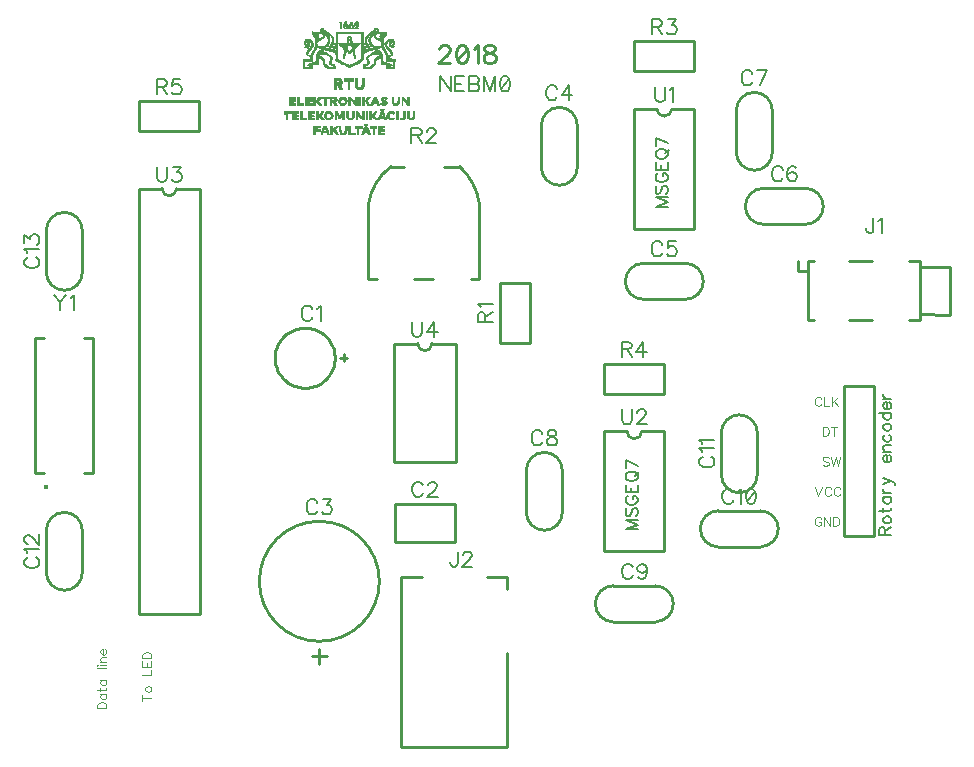
<source format=gbr>
G04 DipTrace 3.3.0.1*
G04 TopSilk.gbr*
%MOMM*%
G04 #@! TF.FileFunction,Legend,Top*
G04 #@! TF.Part,Single*
%ADD10C,0.25*%
%ADD12C,0.0762*%
%ADD32O,0.39347X0.3915*%
%ADD75C,0.19608*%
%ADD76C,0.23529*%
%ADD77C,0.11765*%
%ADD78C,0.15686*%
%FSLAX35Y35*%
G04*
G71*
G90*
G75*
G01*
G04 TopSilk*
%LPD*%
X3873898Y4066023D2*
D10*
Y4005977D1*
X3903918Y4036000D2*
X3843940D1*
X3290015D2*
X3290634Y4053718D1*
X3292486Y4071350D1*
X3295564Y4088810D1*
X3299851Y4106012D1*
X3305328Y4122873D1*
X3311967Y4139311D1*
X3319736Y4155246D1*
X3328597Y4170599D1*
X3338508Y4185297D1*
X3349419Y4199268D1*
X3361278Y4212443D1*
X3374026Y4224759D1*
X3387603Y4236155D1*
X3401941Y4246576D1*
X3416970Y4255970D1*
X3432618Y4264294D1*
X3448809Y4271505D1*
X3465463Y4277568D1*
X3482499Y4282455D1*
X3499834Y4286141D1*
X3517385Y4288609D1*
X3535064Y4289845D1*
X3552787D1*
X3570466Y4288609D1*
X3588017Y4286141D1*
X3605352Y4282455D1*
X3622388Y4277568D1*
X3639042Y4271505D1*
X3655232Y4264294D1*
X3670881Y4255970D1*
X3685910Y4246576D1*
X3700248Y4236155D1*
X3713825Y4224759D1*
X3726573Y4212443D1*
X3738432Y4199268D1*
X3749343Y4185297D1*
X3759254Y4170599D1*
X3768115Y4155246D1*
X3775884Y4139311D1*
X3782523Y4122873D1*
X3788000Y4106012D1*
X3792287Y4088810D1*
X3795365Y4071350D1*
X3797217Y4053718D1*
X3797836Y4036000D1*
X3797217Y4018282D1*
X3795365Y4000650D1*
X3792287Y3983190D1*
X3788000Y3965988D1*
X3782523Y3949127D1*
X3775884Y3932689D1*
X3768115Y3916754D1*
X3759254Y3901401D1*
X3749343Y3886703D1*
X3738432Y3872732D1*
X3726573Y3859557D1*
X3713825Y3847241D1*
X3700248Y3835845D1*
X3685910Y3825424D1*
X3670881Y3816030D1*
X3655232Y3807706D1*
X3639042Y3800495D1*
X3622388Y3794432D1*
X3605352Y3789545D1*
X3588017Y3785859D1*
X3570466Y3783391D1*
X3552787Y3782155D1*
X3535064D1*
X3517385Y3783391D1*
X3499834Y3785859D1*
X3482499Y3789545D1*
X3465463Y3794432D1*
X3448809Y3800495D1*
X3432618Y3807706D1*
X3416970Y3816030D1*
X3401941Y3825424D1*
X3387603Y3835845D1*
X3374026Y3847241D1*
X3361278Y3859557D1*
X3349419Y3872732D1*
X3338508Y3886703D1*
X3328597Y3901401D1*
X3319736Y3916754D1*
X3311967Y3932689D1*
X3305328Y3949127D1*
X3299851Y3965988D1*
X3295564Y3983190D1*
X3292486Y4000650D1*
X3290634Y4018282D1*
X3290015Y4036000D1*
X4305000Y2479000D2*
X4815000D1*
X4305000Y2799000D2*
X4815000D1*
X4305000Y2479000D2*
Y2799000D1*
X4815000Y2479000D2*
Y2799000D1*
X3729992Y1508461D2*
X3604008D1*
X3667000Y1444517D2*
Y1571199D1*
X3159000Y2143020D2*
G02X3159000Y2143020I508000J0D01*
G01*
X5546600Y6003648D2*
Y5648352D1*
X5851400Y6003648D2*
Y5648352D1*
X5546600D2*
G03X5851400Y5648352I152400J-152D01*
G01*
Y6003648D2*
G03X5546600Y6003648I-152400J152D01*
G01*
X6765648Y4835400D2*
X6410352D1*
X6765648Y4530600D2*
X6410352D1*
Y4835400D2*
G03X6410352Y4530600I-152J-152400D01*
G01*
X6765648D2*
G03X6765648Y4835400I152J152400D01*
G01*
X7426352Y5165600D2*
X7781648D1*
X7426352Y5470400D2*
X7781648D1*
Y5165600D2*
G03X7781648Y5470400I152J152400D01*
G01*
X7426352D2*
G03X7426352Y5165600I-152J-152400D01*
G01*
X7197600Y6130648D2*
Y5775352D1*
X7502400Y6130648D2*
Y5775352D1*
X7197600D2*
G03X7502400Y5775352I152400J-152D01*
G01*
Y6130648D2*
G03X7197600Y6130648I-152400J152D01*
G01*
X5419600Y3082648D2*
Y2727352D1*
X5724400Y3082648D2*
Y2727352D1*
X5419600D2*
G03X5724400Y2727352I152400J-152D01*
G01*
Y3082648D2*
G03X5419600Y3082648I-152400J152D01*
G01*
X6156352Y1800100D2*
X6511648D1*
X6156352Y2104900D2*
X6511648D1*
Y1800100D2*
G03X6511648Y2104900I152J152400D01*
G01*
X6156352D2*
G03X6156352Y1800100I-152J-152400D01*
G01*
X7045352Y2435100D2*
X7400648D1*
X7045352Y2739900D2*
X7400648D1*
Y2435100D2*
G03X7400648Y2739900I152J152400D01*
G01*
X7045352D2*
G03X7045352Y2435100I-152J-152400D01*
G01*
X7070600Y3400148D2*
Y3044852D1*
X7375400Y3400148D2*
Y3044852D1*
X7070600D2*
G03X7375400Y3044852I152400J-152D01*
G01*
Y3400148D2*
G03X7070600Y3400148I-152400J152D01*
G01*
X1660400Y2219352D2*
Y2574648D1*
X1355600Y2219352D2*
Y2574648D1*
X1660400D2*
G03X1355600Y2574648I-152400J152D01*
G01*
Y2219352D2*
G03X1660400Y2219352I152400J-152D01*
G01*
X1355600Y5114648D2*
Y4759352D1*
X1660400Y5114648D2*
Y4759352D1*
X1355600D2*
G03X1660400Y4759352I152400J-152D01*
G01*
Y5114648D2*
G03X1355600Y5114648I-152400J152D01*
G01*
X8753012Y4351998D2*
Y4852002D1*
X8347886D2*
X8148075D1*
X7857894D2*
X7803109D1*
Y4756972D1*
X8753012Y4852002D2*
X8658035D1*
X8347886Y4351998D2*
X8148075D1*
X7857894D2*
X7803109D1*
Y4761960D1*
X8753012Y4351998D2*
X8658035D1*
X9003000Y4401964D2*
Y4802036D1*
Y4401964D2*
X8753012Y4402050D1*
X9003000Y4802036D2*
X8753012Y4801950D1*
X7803109Y4772022D2*
X7722980D1*
Y4852002D1*
X4360000Y738000D2*
X5260048D1*
Y1537974D1*
Y2078052D2*
Y2178012D1*
X5085016D1*
X4535032D2*
X4360000D1*
Y738000D1*
X5195000Y4163457D2*
Y4670543D1*
X5449000D2*
X5195000D1*
X5449000Y4163457D2*
Y4670543D1*
Y4163457D2*
X5195000D1*
X4082000Y5333060D2*
G02X4271974Y5652944I481615J-69670D01*
G01*
X4472006Y4703052D2*
X4631994D1*
X4082000D2*
X4152030D1*
X4951970D2*
X5022000D1*
Y5337940D2*
G03X4857030Y5652944I-515718J-69385D01*
G01*
X4082000Y4703052D2*
Y5333060D1*
X5022000Y4703052D2*
Y5342942D1*
X4851954Y5652944D2*
X4722046D1*
X4271974D2*
X4381954D1*
X6334457Y6715000D2*
X6841543D1*
Y6461000D2*
Y6715000D1*
X6334457Y6461000D2*
X6841543D1*
X6334457D2*
Y6715000D1*
X6080457Y3984500D2*
X6587543D1*
Y3730500D2*
Y3984500D1*
X6080457Y3730500D2*
X6587543D1*
X6080457D2*
Y3984500D1*
X2143457Y6207000D2*
X2650543D1*
Y5953000D2*
Y6207000D1*
X2143457Y5953000D2*
X2650543D1*
X2143457D2*
Y6207000D1*
X8112009Y3794000D2*
X8366006D1*
Y2524000D1*
X8112009D1*
Y3794000D1*
X6651475Y6143500D2*
X6841992D1*
X6651475D2*
G02X6524525Y6143500I-63475J-25D01*
G01*
X6841992D2*
Y5127500D1*
X6524525Y6143500D2*
X6334008D1*
Y5127500D1*
X6841992D2*
X6334008D1*
X6397475Y3413000D2*
X6587992D1*
X6397475D2*
G02X6270525Y3413000I-63475J-25D01*
G01*
X6587992D2*
Y2397000D1*
X6270525Y3413000D2*
X6080008D1*
Y2397000D1*
X6587992D2*
X6080008D1*
X2136996Y5467000D2*
Y1867000D1*
X2657004Y5467000D2*
Y1867000D1*
X2136996D2*
X2657004D1*
X2136996Y5467000D2*
X2336978D1*
X2657004D2*
X2457022D1*
X2336978D2*
G03X2457022Y5467000I60022J263D01*
G01*
X4820011Y4155000D2*
Y3155000D1*
X4299989D2*
X4820011D1*
X4299989Y4155000D2*
Y3155000D1*
Y4155000D2*
X4499990D1*
X4820011D2*
X4620010D1*
X4499990D2*
G03X4620010Y4155000I60010J10D01*
G01*
D32*
X1351763Y2939275D3*
X1337970Y3064000D2*
D10*
X1263000D1*
X1753000Y4204000D2*
X1678030D1*
X1753000Y3064000D2*
Y4204000D1*
Y3064000D2*
X1678030D1*
X1337970Y4204000D2*
X1263000D1*
Y3064000D2*
Y4204000D1*
X3882900Y6885180D2*
D12*
X3890520D1*
X3974340D2*
X3989580D1*
X3837180Y6877560D2*
X3852420D1*
X3876778D2*
X3894065D1*
X3928620D2*
X3943860D1*
X3968121D2*
X3993097D1*
X3839785Y6869940D2*
X3852420D1*
X3872321D2*
X3896421D1*
X3925048D2*
X3945038D1*
X3963175D2*
X3995256D1*
X3842053Y6862320D2*
X3852420D1*
X3869769D2*
X3898140D1*
X3921000D2*
X3946928D1*
X3959100D2*
X3978827D1*
X3989580D2*
X3996073D1*
X3843497Y6854700D2*
X3852420D1*
X3868561D2*
X3963356D1*
X3981960D2*
X3995388D1*
X3844244Y6847080D2*
X3852420D1*
X3868316D2*
X3928620D1*
X3943860D2*
X3956693D1*
X3974340D2*
X3992987D1*
X3844581Y6839460D2*
X3852420D1*
X3869281D2*
X3875280D1*
X3890520D2*
X3928620D1*
X3943860D2*
X3951480D1*
X3966720D2*
X3989580D1*
X3684780Y6831840D2*
X3700020D1*
X3844723D2*
X3852420D1*
X3871804D2*
X3993628D1*
X4134360D2*
X4149600D1*
X3678656Y6824220D2*
X3700429D1*
X3844800D2*
X3852420D1*
X3875280D2*
X3898140D1*
X3921000D2*
X3943860D1*
X3959100D2*
X3997200D1*
X4133951D2*
X4156636D1*
X3674172Y6816600D2*
X3701419D1*
X4132961D2*
X4161849D1*
X3671446Y6808980D2*
X3706881D1*
X4127499D2*
X4141980D1*
X4157220D2*
X4163562D1*
X3600960Y6801360D2*
D3*
X3669540D2*
X3719824D1*
X4114556D2*
X4164840D1*
X4233420D2*
D3*
X3601020Y6793740D2*
X3734249D1*
X3806700D2*
X4035300D1*
X4100131D2*
X4233420D1*
X3601615Y6786120D2*
X3747334D1*
X3806700D2*
X4035300D1*
X4087046D2*
X4233070D1*
X3603044Y6778500D2*
X3652773D1*
X3690843D2*
X3757944D1*
X3806700D2*
X3814320D1*
X4020060D2*
X4035300D1*
X4076436D2*
X4143798D1*
X4181607D2*
X4232259D1*
X3609423Y6770880D2*
X3657835D1*
X3695816D2*
X3766165D1*
X3806700D2*
X3814320D1*
X4020060D2*
X4035300D1*
X4068215D2*
X4139368D1*
X4176545D2*
X4227965D1*
X3617177Y6763260D2*
X3659316D1*
X3696403D2*
X3707320D1*
X3722560D2*
X3746918D1*
X3762187D2*
X3772359D1*
X3806700D2*
X3814320D1*
X3905760D2*
X3928620D1*
X4020060D2*
X4035300D1*
X4062021D2*
X4081340D1*
X4097467D2*
X4111820D1*
X4127060D2*
X4139919D1*
X4175064D2*
X4222199D1*
X3623792Y6755640D2*
X3657262D1*
X3691381D2*
X3706598D1*
X3728906D2*
X3748807D1*
X3764344D2*
X3777035D1*
X3806700D2*
X3814320D1*
X3902243D2*
X3932137D1*
X4020060D2*
X4035300D1*
X4057345D2*
X4074965D1*
X4092034D2*
X4105474D1*
X4127782D2*
X4144398D1*
X4177118D2*
X4216662D1*
X3628654Y6748020D2*
X3654300D1*
X3684780D2*
X3703190D1*
X3733431D2*
X3750780D1*
X3767288D2*
X3780337D1*
X3806700D2*
X3814320D1*
X3900054D2*
X3934326D1*
X4020060D2*
X4035300D1*
X4054043D2*
X4070149D1*
X4087656D2*
X4100949D1*
X4131190D2*
X4149600D1*
X4180080D2*
X4212318D1*
X3630133Y6740400D2*
X3693185D1*
X3736003D2*
X3752114D1*
X3770418D2*
X3782240D1*
X3806700D2*
X3814320D1*
X3898947D2*
X3905760D1*
X3928620D2*
X3935463D1*
X4020060D2*
X4035300D1*
X4052140D2*
X4066391D1*
X4084464D2*
X4098377D1*
X4141195D2*
X4208754D1*
X3547620Y6732780D2*
X3585720D1*
X3630901D2*
X3679270D1*
X3737216D2*
X3752793D1*
X3772812D2*
X3783173D1*
X3806700D2*
X3814320D1*
X3898455D2*
X3936245D1*
X4020060D2*
X4035300D1*
X4051207D2*
X4062484D1*
X4082630D2*
X4097164D1*
X4155110D2*
X4206020D1*
X4248660D2*
X4286760D1*
X3541527Y6725160D2*
X3595650D1*
X3631235D2*
X3664603D1*
X3737485D2*
X3752848D1*
X3774152D2*
X3783582D1*
X3806700D2*
X3814320D1*
X3898256D2*
X3937621D1*
X4020060D2*
X4035300D1*
X4050798D2*
X4058160D1*
X4081978D2*
X4096924D1*
X4169777D2*
X4204366D1*
X4238895D2*
X4292853D1*
X3536465Y6717540D2*
X3603272D1*
X3631366D2*
X3653162D1*
X3736698D2*
X3751981D1*
X3772354D2*
X3783750D1*
X3806700D2*
X3814320D1*
X3898179D2*
X3913380D1*
X3928620D2*
X3940303D1*
X4020060D2*
X4035300D1*
X4050630D2*
X4061997D1*
X4082575D2*
X4097979D1*
X4181218D2*
X4203495D1*
X4231594D2*
X4297915D1*
X3535016Y6709920D2*
X3579248D1*
X3591842D2*
X3608758D1*
X3631415D2*
X3644667D1*
X3734626D2*
X3749916D1*
X3769379D2*
X3783840D1*
X3806700D2*
X3814320D1*
X3898140D2*
X3905760D1*
X3928620D2*
X3943860D1*
X4020060D2*
X4035300D1*
X4050540D2*
X4065459D1*
X4084530D2*
X4100993D1*
X4189713D2*
X4202940D1*
X4225800D2*
X4242538D1*
X4256280D2*
X4299483D1*
X3537324Y6702300D2*
X3547620D1*
X3562860D2*
X3580869D1*
X3596269D2*
X3612411D1*
X3631431D2*
X3642235D1*
X3731143D2*
X3746785D1*
X3765098D2*
X4069636D1*
X4087619D2*
X4106012D1*
X4192145D2*
X4238111D1*
X4256280D2*
X4271520D1*
X4286760D2*
X4297936D1*
X3540495Y6694680D2*
X3581841D1*
X3599247D2*
X3614206D1*
X3631407D2*
X3643794D1*
X3725574D2*
X3742742D1*
X3759529D2*
X3814320D1*
X3829560D2*
X4004820D1*
X4020060D2*
X4075019D1*
X4091646D2*
X4112376D1*
X4190586D2*
X4235133D1*
X4256340D2*
X4263900D1*
X4279140D2*
X4295154D1*
X3543378Y6687060D2*
X3581059D1*
X3599331D2*
X3614200D1*
X3631141D2*
X3648738D1*
X3717353D2*
X3738120D1*
X3753360D2*
X3776220D1*
X3799080D2*
X3814320D1*
X3837180D2*
X3997200D1*
X4020060D2*
X4035300D1*
X4058160D2*
X4081020D1*
X4096260D2*
X4119437D1*
X4185642D2*
X4203260D1*
X4219387D2*
X4235049D1*
X4256920D2*
X4291282D1*
X3542908Y6679440D2*
X3578619D1*
X3596143D2*
X3612508D1*
X3630141D2*
X3654300D1*
X3707640D2*
X3768600D1*
X3806700D2*
X3814320D1*
X3844800D2*
X3867660D1*
X3890520D2*
X3898140D1*
X3936553D2*
X3943860D1*
X3966720D2*
X3989580D1*
X4020060D2*
X4035300D1*
X4065780D2*
X4126740D1*
X4180080D2*
X4204505D1*
X4221574D2*
X4238237D1*
X4258304D2*
X4286760D1*
X3541558Y6671820D2*
X3574906D1*
X3591152D2*
X3609457D1*
X3628048D2*
X3814320D1*
X3852390D2*
X3898170D1*
X3937736D2*
X3981990D1*
X4020060D2*
X4207332D1*
X4224816D2*
X4243228D1*
X4264242D2*
X4302000D1*
X3540000Y6664200D2*
X3570480D1*
X3584816D2*
X3605099D1*
X3625094D2*
X3715260D1*
X3745740D2*
X3814320D1*
X3859713D2*
X3898460D1*
X3940342D2*
X3974667D1*
X4020060D2*
X4088640D1*
X4119120D2*
X4211379D1*
X4229244D2*
X4249564D1*
X4271520D2*
X4294380D1*
X3577781Y6656580D2*
X3599368D1*
X3621642D2*
X3640267D1*
X3669540D2*
X3753360D1*
X3783840D2*
X3814320D1*
X3866064D2*
X3899638D1*
X3943860D2*
X3968316D1*
X4020060D2*
X4050540D1*
X4081020D2*
X4164840D1*
X4194142D2*
X4215662D1*
X4235000D2*
X4256599D1*
X3570680Y6648960D2*
X3592676D1*
X3617743D2*
X3634804D1*
X3684780D2*
X3791460D1*
X3806700D2*
X3814320D1*
X3870590D2*
X3902243D1*
X3936240D2*
X3963790D1*
X4020060D2*
X4149600D1*
X4199843D2*
X4219791D1*
X4241700D2*
X4263730D1*
X3564412Y6641340D2*
X3585492D1*
X3613265D2*
X3630128D1*
X3671067D2*
X3700020D1*
X3735342D2*
X3814320D1*
X3873133D2*
X3905760D1*
X3928620D2*
X3961247D1*
X4020060D2*
X4100215D1*
X4134360D2*
X4164200D1*
X4205223D2*
X4223775D1*
X4248887D2*
X4270266D1*
X3559915Y6633720D2*
X3578325D1*
X3608354D2*
X3625698D1*
X3659289D2*
X3692400D1*
X3765182D2*
X3814320D1*
X3874108D2*
X3960272D1*
X4020060D2*
X4072265D1*
X4141980D2*
X4176891D1*
X4210507D2*
X4227678D1*
X4256055D2*
X4275704D1*
X3557382Y6626100D2*
X3571944D1*
X3603494D2*
X3621008D1*
X3650385D2*
X3713177D1*
X3789211D2*
X3814320D1*
X3873674D2*
X3892018D1*
X3905760D2*
X3936240D1*
X3951510D2*
X3960706D1*
X4020060D2*
X4050410D1*
X4123517D2*
X4187373D1*
X4215326D2*
X4231722D1*
X4262436D2*
X4279824D1*
X3556440Y6618480D2*
X3566952D1*
X3598541D2*
X3616041D1*
X3643621D2*
X3729631D1*
X3799728D2*
X3814320D1*
X3872063D2*
X3887531D1*
X3913380D2*
X3928620D1*
X3951778D2*
X3962317D1*
X4020060D2*
X4041262D1*
X4108355D2*
X4191443D1*
X4219668D2*
X4236180D1*
X4267428D2*
X4282873D1*
X3556485Y6610860D2*
X3562860D1*
X3593340D2*
X3611384D1*
X3641264D2*
X3742018D1*
X3803460D2*
X3814320D1*
X3870189D2*
X3884712D1*
X3952749D2*
X3964191D1*
X4020060D2*
X4038061D1*
X4095586D2*
X4193662D1*
X4223702D2*
X4241040D1*
X4271520D2*
X4282378D1*
X3559519Y6603240D2*
X3607361D1*
X3639994D2*
X3656443D1*
X3730500D2*
X3751828D1*
X3805377D2*
X3814320D1*
X3868889D2*
X3882503D1*
X3954574D2*
X3965491D1*
X4020060D2*
X4036424D1*
X4084539D2*
X4103880D1*
X4186173D2*
X4194668D1*
X4227342D2*
X4278156D1*
X3566956Y6595620D2*
X3604317D1*
X3639425D2*
X3664544D1*
X3738120D2*
X3760053D1*
X3806201D2*
X3814350D1*
X3868192D2*
X3880141D1*
X3956528D2*
X3966188D1*
X4020030D2*
X4035723D1*
X4074987D2*
X4096260D1*
X4175181D2*
X4195079D1*
X4230197D2*
X4271447D1*
X3575896Y6588000D2*
X3602509D1*
X3639194D2*
X3676125D1*
X3745740D2*
X3766501D1*
X3806492D2*
X3814677D1*
X3867872D2*
X3877955D1*
X3957862D2*
X3966508D1*
X4019733D2*
X4035451D1*
X4066389D2*
X4088640D1*
X4162117D2*
X4195235D1*
X4231923D2*
X4263132D1*
X3583899Y6580380D2*
X3601609D1*
X3639107D2*
X3688360D1*
X3753360D2*
X3771289D1*
X3806319D2*
X3815481D1*
X3867735D2*
X3876429D1*
X3958609D2*
X3966645D1*
X4018434D2*
X4035322D1*
X4058160D2*
X4081020D1*
X4148827D2*
X4195291D1*
X4232789D2*
X4255423D1*
X3589325Y6572760D2*
X3601213D1*
X3639076D2*
X3699090D1*
X3760980D2*
X3771230D1*
X3805182D2*
X3820125D1*
X3867660D2*
X3875280D1*
X3959100D2*
X3966720D1*
X4015967D2*
X4034960D1*
X4061968D2*
X4073400D1*
X4136862D2*
X4171922D1*
X4187700D2*
X4195310D1*
X4233173D2*
X4248660D1*
X3532380Y6565140D2*
X3601053D1*
X3639065D2*
X3654300D1*
X3681785D2*
X3703465D1*
X3757172D2*
X3770062D1*
X3802591D2*
X3827433D1*
X4008958D2*
X4034141D1*
X4065133D2*
X4078095D1*
X4130874D2*
X4157342D1*
X4187700D2*
X4195317D1*
X4233329D2*
X4309620D1*
X3532380Y6557520D2*
X3600991D1*
X3639062D2*
X3654300D1*
X3692087D2*
X3705853D1*
X3754037D2*
X3768282D1*
X3799080D2*
X3837066D1*
X3999314D2*
X4030285D1*
X4068067D2*
X4082143D1*
X4128676D2*
X4144687D1*
X4187700D2*
X4195319D1*
X4233389D2*
X4306103D1*
X3532380Y6549900D2*
X3540000D1*
X3639060D2*
X3654300D1*
X3696149D2*
X3706937D1*
X3751371D2*
X3766340D1*
X3814320D2*
X3848581D1*
X3987140D2*
X4021191D1*
X4070512D2*
X4084955D1*
X4127537D2*
X4138562D1*
X4187700D2*
X4195320D1*
X4294380D2*
X4303914D1*
X3532380Y6542280D2*
X3540000D1*
X3610390D2*
X3654300D1*
X3698364D2*
X3707469D1*
X3749235D2*
X3764871D1*
X3829560D2*
X3861743D1*
X3973346D2*
X4009528D1*
X4072040D2*
X4086513D1*
X4126953D2*
X4136326D1*
X4187700D2*
X4224280D1*
X4294380D2*
X4302807D1*
X3532380Y6534660D2*
X3540000D1*
X3588941D2*
X3654300D1*
X3699369D2*
X3708471D1*
X3750177D2*
X3768651D1*
X3844770D2*
X3875981D1*
X3958721D2*
X3996009D1*
X4072824D2*
X4084949D1*
X4125926D2*
X4135168D1*
X4187700D2*
X4246712D1*
X4294380D2*
X4302315D1*
X3532380Y6527040D2*
X3540000D1*
X3573025D2*
X3654300D1*
X3699868D2*
X3710513D1*
X3751983D2*
X3778511D1*
X3859742D2*
X3890774D1*
X3943730D2*
X3981505D1*
X4073188D2*
X4082101D1*
X4123871D2*
X4134577D1*
X4187700D2*
X4262145D1*
X4294380D2*
X4302117D1*
X3532380Y6519420D2*
X3540000D1*
X3567273D2*
X3600960D1*
X3700858D2*
X3718308D1*
X3757555D2*
X3787655D1*
X3874006D2*
X3905760D1*
X3928620D2*
X3966555D1*
X4035300D2*
X4077927D1*
X4116073D2*
X4133547D1*
X4233420D2*
X4271945D1*
X4294380D2*
X4302041D1*
X3532380Y6511800D2*
X3540000D1*
X3562860D2*
X3600960D1*
X3702894D2*
X3727956D1*
X3772891D2*
X3794708D1*
X3887356D2*
X3951422D1*
X4035300D2*
X4065508D1*
X4106424D2*
X4131491D1*
X4233420D2*
X4279140D1*
X4294380D2*
X4302014D1*
X3532380Y6504180D2*
X3540000D1*
X3593340D2*
X3600960D1*
X3710689D2*
X3738120D1*
X3791460D2*
X3797019D1*
X3900328D2*
X3936221D1*
X4035300D2*
X4050540D1*
X4096260D2*
X4123693D1*
X4233420D2*
X4248660D1*
X4294380D2*
X4302005D1*
X3532380Y6496560D2*
X3600960D1*
X3720337D2*
X3798285D1*
X3913380D2*
X3921000D1*
X4035300D2*
X4114044D1*
X4233420D2*
X4302001D1*
X3532380Y6488940D2*
X3600960D1*
X3730500D2*
X3799080D1*
X4035300D2*
X4103880D1*
X4233420D2*
X4302000D1*
X3791460Y6405120D2*
X3837180D1*
X3875280D2*
X3951480D1*
X3966720D2*
X3981960D1*
X4027680D2*
X4042920D1*
X3791460Y6397500D2*
X3846820D1*
X3875280D2*
X3951480D1*
X3966720D2*
X3981960D1*
X4027680D2*
X4042920D1*
X3791460Y6389880D2*
X3854576D1*
X3875280D2*
X3951480D1*
X3966720D2*
X3981960D1*
X4027680D2*
X4042920D1*
X3791460Y6382260D2*
X3806700D1*
X3837180D2*
X3857372D1*
X3905760D2*
X3921000D1*
X3966720D2*
X3981960D1*
X4027680D2*
X4042920D1*
X3791460Y6374640D2*
X3806700D1*
X3844800D2*
X3858595D1*
X3905760D2*
X3921000D1*
X3966720D2*
X3981960D1*
X4027680D2*
X4042920D1*
X3791460Y6367020D2*
X3858730D1*
X3905760D2*
X3921000D1*
X3966720D2*
X3981990D1*
X4027650D2*
X4042920D1*
X3791460Y6359400D2*
X3855720D1*
X3905760D2*
X3921000D1*
X3966720D2*
X3982280D1*
X4027360D2*
X4042920D1*
X3791460Y6351780D2*
X3852213D1*
X3905760D2*
X3921000D1*
X3966750D2*
X3983458D1*
X4026182D2*
X4042890D1*
X3791460Y6344160D2*
X3849219D1*
X3905760D2*
X3921000D1*
X3967077D2*
X3986063D1*
X4023577D2*
X4042593D1*
X3791460Y6336540D2*
X3806700D1*
X3821627D2*
X3850045D1*
X3905760D2*
X3921000D1*
X3967881D2*
X3989580D1*
X4020060D2*
X4041326D1*
X3791460Y6328920D2*
X3806700D1*
X3828064D2*
X3853553D1*
X3905760D2*
X3921000D1*
X3971698D2*
X4038259D1*
X3791460Y6321300D2*
X3806700D1*
X3833078D2*
X3856961D1*
X3905760D2*
X3921000D1*
X3980062D2*
X4033386D1*
X3791460Y6313680D2*
X3806700D1*
X3837180D2*
X3860040D1*
X3905760D2*
X3921000D1*
X3989580D2*
X4027680D1*
X3410460Y6245100D2*
X3463800D1*
X3479040D2*
X3494280D1*
X3547620D2*
X3600960D1*
X3616200D2*
X3631440D1*
X3654300D2*
X3806700D1*
X3844800D2*
X3882900D1*
X3913380D2*
X3928620D1*
X3966720D2*
X3981960D1*
X3997200D2*
X4012440D1*
X4027680D2*
X4042920D1*
X4073400D2*
X4096260D1*
X4126740D2*
X4149600D1*
X4195320D2*
X4233420D1*
X4279140D2*
X4294380D1*
X4332480D2*
X4340100D1*
X4362960D2*
X4378200D1*
X4408680D2*
X4423920D1*
X3410460Y6237480D2*
X3463800D1*
X3479040D2*
X3494280D1*
X3547620D2*
X3600960D1*
X3616200D2*
X3631440D1*
X3650728D2*
X3810272D1*
X3836704D2*
X3889022D1*
X3913380D2*
X3936240D1*
X3966720D2*
X3981960D1*
X3997200D2*
X4012440D1*
X4027680D2*
X4042920D1*
X4065780D2*
X4088640D1*
X4123845D2*
X4150807D1*
X4189518D2*
X4241040D1*
X4279140D2*
X4294380D1*
X4332480D2*
X4340100D1*
X4362960D2*
X4383146D1*
X4408680D2*
X4423920D1*
X3410460Y6229860D2*
X3425700D1*
X3479040D2*
X3494280D1*
X3547620D2*
X3562860D1*
X3616200D2*
X3631440D1*
X3646680D2*
X3669890D1*
X3707640D2*
X3722880D1*
X3753360D2*
X3768600D1*
X3791460D2*
X3814320D1*
X3829560D2*
X3852770D1*
X3864665D2*
X3893479D1*
X3913380D2*
X3943860D1*
X3966720D2*
X3981960D1*
X3997200D2*
X4012440D1*
X4027680D2*
X4042920D1*
X4058160D2*
X4081020D1*
X4120570D2*
X4152964D1*
X4185088D2*
X4205265D1*
X4225800D2*
X4233420D1*
X4279140D2*
X4294380D1*
X4332450D2*
X4340100D1*
X4362960D2*
X4388176D1*
X4408680D2*
X4423920D1*
X3410460Y6222240D2*
X3425700D1*
X3479040D2*
X3494280D1*
X3547620D2*
X3562860D1*
X3616200D2*
X3663842D1*
X3707640D2*
X3722880D1*
X3753360D2*
X3768600D1*
X3799080D2*
X3846712D1*
X3874967D2*
X3896031D1*
X3913380D2*
X3951480D1*
X3966720D2*
X3981960D1*
X3997200D2*
X4012440D1*
X4027680D2*
X4073400D1*
X4117032D2*
X4155908D1*
X4185886D2*
X4216366D1*
X4279140D2*
X4294380D1*
X4332160D2*
X4340100D1*
X4362960D2*
X4393440D1*
X4408680D2*
X4423920D1*
X3410460Y6214620D2*
X3463800D1*
X3479040D2*
X3494280D1*
X3547620D2*
X3600960D1*
X3616200D2*
X3659316D1*
X3707640D2*
X3722880D1*
X3753360D2*
X3842158D1*
X3879045D2*
X3897239D1*
X3913380D2*
X3981960D1*
X3997200D2*
X4012440D1*
X4027680D2*
X4065780D1*
X4113354D2*
X4126740D1*
X4141980D2*
X4159070D1*
X4193266D2*
X4226633D1*
X4279170D2*
X4294380D1*
X4330982D2*
X4340100D1*
X4362960D2*
X4423920D1*
X3410460Y6207000D2*
X3463800D1*
X3479040D2*
X3494280D1*
X3547620D2*
X3600960D1*
X3616200D2*
X3659870D1*
X3707640D2*
X3722880D1*
X3753360D2*
X3806700D1*
X3823438D2*
X3842902D1*
X3881378D2*
X3897446D1*
X3913380D2*
X3928620D1*
X3945358D2*
X3981960D1*
X3997200D2*
X4012440D1*
X4027680D2*
X4071999D1*
X4109793D2*
X4161752D1*
X4204544D2*
X4234929D1*
X4279467D2*
X4294380D1*
X4328377D2*
X4340040D1*
X4362960D2*
X4370580D1*
X4385530D2*
X4423920D1*
X3410460Y6199380D2*
X3425700D1*
X3479040D2*
X3494280D1*
X3547620D2*
X3562860D1*
X3616200D2*
X3664602D1*
X3707640D2*
X3722880D1*
X3753360D2*
X3799080D1*
X3826601D2*
X3844800D1*
X3882900D2*
X3896912D1*
X3913380D2*
X3928620D1*
X3948521D2*
X3981960D1*
X3997200D2*
X4012440D1*
X4027680D2*
X4042920D1*
X4059656D2*
X4076945D1*
X4106637D2*
X4163533D1*
X4218180D2*
X4237634D1*
X4280734D2*
X4294380D1*
X4324860D2*
X4339460D1*
X4362960D2*
X4370580D1*
X4392168D2*
X4423920D1*
X3410460Y6191760D2*
X3463800D1*
X3479040D2*
X3532380D1*
X3547620D2*
X3600960D1*
X3616200D2*
X3631440D1*
X3646680D2*
X3670671D1*
X3707640D2*
X3722880D1*
X3753360D2*
X3768600D1*
X3782439D2*
X3804026D1*
X3831661D2*
X3893140D1*
X3913380D2*
X3928620D1*
X3953581D2*
X3981960D1*
X3997200D2*
X4012440D1*
X4027680D2*
X4042920D1*
X4062792D2*
X4081020D1*
X4103880D2*
X4164840D1*
X4180080D2*
X4236215D1*
X4283801D2*
X4338076D1*
X4362960D2*
X4370580D1*
X4397897D2*
X4423920D1*
X3410460Y6184140D2*
X3463800D1*
X3479040D2*
X3532380D1*
X3547620D2*
X3600960D1*
X3616200D2*
X3631440D1*
X3654300D2*
X3677573D1*
X3707640D2*
X3722880D1*
X3753360D2*
X3768600D1*
X3787385D2*
X3809056D1*
X3837984D2*
X3884790D1*
X3913380D2*
X3928620D1*
X3959904D2*
X3981960D1*
X3997200D2*
X4012440D1*
X4027680D2*
X4042920D1*
X4067686D2*
X4119120D1*
X4157220D2*
X4231323D1*
X4288674D2*
X4332138D1*
X4362960D2*
X4370580D1*
X4403249D2*
X4423920D1*
X3410460Y6176520D2*
X3463800D1*
X3479040D2*
X3532380D1*
X3547620D2*
X3600960D1*
X3616200D2*
X3631440D1*
X3661920D2*
X3684780D1*
X3707640D2*
X3722880D1*
X3753360D2*
X3768600D1*
X3791460D2*
X3814320D1*
X3844800D2*
X3875280D1*
X3913380D2*
X3928620D1*
X3966720D2*
X3981960D1*
X3997200D2*
X4012440D1*
X4027680D2*
X4042920D1*
X4073400D2*
X4111500D1*
X4157220D2*
X4172460D1*
X4195320D2*
X4225800D1*
X4294380D2*
X4324860D1*
X4362960D2*
X4370580D1*
X4408680D2*
X4423920D1*
X4180080Y6138420D2*
X4210560D1*
X4183652Y6130800D2*
X4206988D1*
X3364740Y6123180D2*
X3486660D1*
X3501900D2*
X3517140D1*
X3570480D2*
X3623820D1*
X3639060D2*
X3654300D1*
X3684780D2*
X3700020D1*
X3722880D2*
X3760980D1*
X3799080D2*
X3814320D1*
X3852420D2*
X3875280D1*
X3890520D2*
X3905760D1*
X3943860D2*
X3959100D1*
X3974340D2*
X3989580D1*
X4027680D2*
X4042920D1*
X4058160D2*
X4073400D1*
X4088640D2*
X4103880D1*
X4134360D2*
X4149600D1*
X4187700D2*
X4202940D1*
X4256280D2*
X4294380D1*
X4317240D2*
X4332480D1*
X4378200D2*
X4393440D1*
X4408680D2*
X4423920D1*
X4462020D2*
X4469640D1*
X3364740Y6115560D2*
X3486660D1*
X3501900D2*
X3517140D1*
X3570480D2*
X3623820D1*
X3639060D2*
X3654300D1*
X3677160D2*
X3695947D1*
X3716758D2*
X3767393D1*
X3799080D2*
X3819021D1*
X3849814D2*
X3875280D1*
X3890520D2*
X3905760D1*
X3943860D2*
X3959100D1*
X3974340D2*
X3994594D1*
X4027680D2*
X4042920D1*
X4058160D2*
X4073400D1*
X4088640D2*
X4103880D1*
X4126740D2*
X4145527D1*
X4183892D2*
X4207635D1*
X4248980D2*
X4297379D1*
X4317240D2*
X4332480D1*
X4378200D2*
X4393440D1*
X4408680D2*
X4423920D1*
X4462020D2*
X4469640D1*
X3364740Y6107940D2*
X3486660D1*
X3501900D2*
X3517140D1*
X3570480D2*
X3623820D1*
X3639060D2*
X3654300D1*
X3669540D2*
X3690843D1*
X3712301D2*
X3772796D1*
X3799080D2*
X3823171D1*
X3847526D2*
X3875280D1*
X3890520D2*
X3905760D1*
X3943860D2*
X3959100D1*
X3974340D2*
X3999926D1*
X4027680D2*
X4042920D1*
X4058160D2*
X4073400D1*
X4088640D2*
X4103880D1*
X4119120D2*
X4140423D1*
X4180697D2*
X4211714D1*
X4242632D2*
X4296420D1*
X4317240D2*
X4332480D1*
X4378200D2*
X4393440D1*
X4408680D2*
X4423920D1*
X4461990D2*
X4469640D1*
X3387600Y6100320D2*
X3395220D1*
X3433320D2*
X3448560D1*
X3501900D2*
X3517140D1*
X3570480D2*
X3578100D1*
X3639060D2*
X3685897D1*
X3709749D2*
X3722880D1*
X3759172D2*
X3776906D1*
X3799080D2*
X3826622D1*
X3845964D2*
X3875280D1*
X3890550D2*
X3905760D1*
X3943860D2*
X3959100D1*
X3974340D2*
X4005984D1*
X4027680D2*
X4042920D1*
X4058160D2*
X4073400D1*
X4088640D2*
X4135477D1*
X4177496D2*
X4214816D1*
X4238081D2*
X4258088D1*
X4294380D2*
D3*
X4317240D2*
X4332480D1*
X4378200D2*
X4393440D1*
X4408680D2*
X4423920D1*
X4461700D2*
X4469640D1*
X3387600Y6092700D2*
X3395220D1*
X3433320D2*
X3486660D1*
X3501900D2*
X3517140D1*
X3570480D2*
X3601912D1*
X3639060D2*
X3681980D1*
X3708541D2*
X3722880D1*
X3763629D2*
X3779953D1*
X3799080D2*
X3829560D1*
X3844800D2*
X3875280D1*
X3890818D2*
X3905760D1*
X3943860D2*
X3959070D1*
X3974340D2*
X4012440D1*
X4027680D2*
X4042920D1*
X4058160D2*
X4073400D1*
X4088640D2*
X4131560D1*
X4174073D2*
X4187700D1*
X4202940D2*
X4216776D1*
X4235334D2*
X4253631D1*
X4317240D2*
X4332480D1*
X4378200D2*
X4393440D1*
X4408710D2*
X4423920D1*
X4460522D2*
X4469640D1*
X3387600Y6085080D2*
X3395220D1*
X3433320D2*
X3486660D1*
X3501900D2*
X3517140D1*
X3570480D2*
X3623820D1*
X3639060D2*
X3682665D1*
X3708304D2*
X3722880D1*
X3762881D2*
X3779313D1*
X3799080D2*
X3806700D1*
X3822253D2*
X3875280D1*
X3891819D2*
X3905760D1*
X3943860D2*
X3958773D1*
X3974340D2*
X4042920D1*
X4058160D2*
X4073400D1*
X4088640D2*
X4132236D1*
X4170651D2*
X4218180D1*
X4233420D2*
X4254379D1*
X4317240D2*
X4332480D1*
X4378200D2*
X4393410D1*
X4409007D2*
X4423920D1*
X4457917D2*
X4469610D1*
X3387600Y6077460D2*
X3395220D1*
X3433320D2*
X3448560D1*
X3501900D2*
X3517140D1*
X3570480D2*
X3578100D1*
X3639060D2*
X3687433D1*
X3709357D2*
X3722880D1*
X3760980D2*
X3777544D1*
X3799080D2*
X3806700D1*
X3823436D2*
X3875280D1*
X3893935D2*
X3905760D1*
X3943860D2*
X3957506D1*
X3974340D2*
X3989580D1*
X4004820D2*
X4042920D1*
X4058160D2*
X4073400D1*
X4088640D2*
X4136752D1*
X4167559D2*
X4256280D1*
X4294380D2*
D3*
X4317240D2*
X4332480D1*
X4378200D2*
X4393120D1*
X4410274D2*
X4423920D1*
X4454400D2*
X4469320D1*
X3387600Y6069840D2*
X3395220D1*
X3433320D2*
X3486660D1*
X3501900D2*
X3555240D1*
X3570480D2*
X3623820D1*
X3639060D2*
X3654300D1*
X3669540D2*
X3693520D1*
X3712344D2*
X3775046D1*
X3799080D2*
X3806700D1*
X3826042D2*
X3844800D1*
X3860040D2*
X3875280D1*
X3897086D2*
X3954439D1*
X3974340D2*
X3989580D1*
X4012440D2*
X4042920D1*
X4058160D2*
X4073400D1*
X4088640D2*
X4103880D1*
X4119120D2*
X4141980D1*
X4164840D2*
X4224399D1*
X4241040D2*
X4302000D1*
X4317240D2*
X4332480D1*
X4347720D2*
X4391942D1*
X4413341D2*
X4468142D1*
X3387600Y6062220D2*
X3395220D1*
X3433320D2*
X3486660D1*
X3501900D2*
X3555240D1*
X3570480D2*
X3623820D1*
X3639060D2*
X3654300D1*
X3677160D2*
X3700429D1*
X3717188D2*
X3768627D1*
X3799080D2*
X3806700D1*
X3829560D2*
X3844800D1*
X3860040D2*
X3875280D1*
X3901135D2*
X3949566D1*
X3974340D2*
X3989580D1*
X4020060D2*
X4042920D1*
X4058160D2*
X4073400D1*
X4088640D2*
X4103880D1*
X4126740D2*
X4180080D1*
X4210560D2*
X4229345D1*
X4248660D2*
X4298428D1*
X4317240D2*
X4332480D1*
X4347720D2*
X4389337D1*
X4418214D2*
X4465537D1*
X3387600Y6054600D2*
X3395220D1*
X3433320D2*
X3486660D1*
X3501900D2*
X3555240D1*
X3570480D2*
X3623820D1*
X3639060D2*
X3654300D1*
X3684780D2*
X3707640D1*
X3722880D2*
X3760980D1*
X3799080D2*
X3806700D1*
X3860040D2*
X3875280D1*
X3905760D2*
X3943860D1*
X3974340D2*
X3989580D1*
X4027680D2*
X4042920D1*
X4058160D2*
X4073400D1*
X4088640D2*
X4103880D1*
X4134360D2*
X4172460D1*
X4218180D2*
X4233420D1*
X4256280D2*
X4294380D1*
X4317240D2*
X4332480D1*
X4347720D2*
X4385820D1*
X4423920D2*
X4462020D1*
X4042920Y6016500D2*
X4073400D1*
X4046492Y6008880D2*
X4069828D1*
X3616200Y6001260D2*
X3669540D1*
X3700020D2*
X3722880D1*
X3760980D2*
X3776220D1*
X3806700D2*
X3821940D1*
X3837180D2*
X3844800D1*
X3882900D2*
X3898140D1*
X3913380D2*
X3928620D1*
X3966720D2*
X4027680D1*
X4050540D2*
X4065780D1*
X4096260D2*
X4149600D1*
X4164840D2*
X4218180D1*
X3616200Y5993640D2*
X3669540D1*
X3698813D2*
X3724087D1*
X3760980D2*
X3776220D1*
X3799080D2*
X3817867D1*
X3837180D2*
X3844800D1*
X3882900D2*
X3898140D1*
X3913380D2*
X3928620D1*
X3966720D2*
X4027680D1*
X4046732D2*
X4070475D1*
X4096260D2*
X4149600D1*
X4164840D2*
X4218180D1*
X3616200Y5986020D2*
X3669540D1*
X3696656D2*
X3726244D1*
X3760980D2*
X3776220D1*
X3791460D2*
X3812763D1*
X3837180D2*
X3844800D1*
X3882900D2*
X3898140D1*
X3913380D2*
X3928620D1*
X3966720D2*
X4027680D1*
X4043537D2*
X4074582D1*
X4096260D2*
X4149600D1*
X4164840D2*
X4218180D1*
X3616200Y5978400D2*
X3631440D1*
X3693682D2*
X3729218D1*
X3760980D2*
X3807817D1*
X3837180D2*
X3844830D1*
X3882870D2*
X3898140D1*
X3913380D2*
X3928620D1*
X3989580D2*
X3997200D1*
X4040336D2*
X4077931D1*
X4119120D2*
X4126740D1*
X4164840D2*
X4180080D1*
X3616200Y5970780D2*
X3669540D1*
X3690254D2*
X3732646D1*
X3760980D2*
X3803900D1*
X3837180D2*
X3845120D1*
X3882580D2*
X3898110D1*
X3913380D2*
X3928620D1*
X3989580D2*
X3997200D1*
X4036919D2*
X4050540D1*
X4065780D2*
X4080757D1*
X4119120D2*
X4126740D1*
X4164840D2*
X4218180D1*
X3616200Y5963160D2*
X3669540D1*
X3686621D2*
X3700020D1*
X3722880D2*
X3736279D1*
X3760980D2*
X3804585D1*
X3837210D2*
X3846298D1*
X3881402D2*
X3897813D1*
X3913380D2*
X3928620D1*
X3989580D2*
X3997200D1*
X4033537D2*
X4050540D1*
X4065780D2*
X4083757D1*
X4119120D2*
X4126740D1*
X4164840D2*
X4218180D1*
X3616200Y5955540D2*
X3631440D1*
X3683142D2*
X3739758D1*
X3760980D2*
X3809041D1*
X3837500D2*
X3848903D1*
X3878797D2*
X3896546D1*
X3913380D2*
X3928620D1*
X3989580D2*
X3997200D1*
X4030510D2*
X4087087D1*
X4119120D2*
X4126740D1*
X4164840D2*
X4180080D1*
X3616200Y5947920D2*
X3631440D1*
X3680327D2*
X3742573D1*
X3760980D2*
X3776220D1*
X3791460D2*
X3813944D1*
X3838678D2*
X3852420D1*
X3875280D2*
X3893479D1*
X3913380D2*
X3928620D1*
X3989580D2*
X3997200D1*
X4027647D2*
X4090472D1*
X4119120D2*
X4126740D1*
X4164840D2*
X4180080D1*
X3616200Y5940300D2*
X3631440D1*
X3678494D2*
X3692400D1*
X3730500D2*
X3744406D1*
X3760980D2*
X3776220D1*
X3799080D2*
X3818247D1*
X3841283D2*
X3888606D1*
X3913380D2*
X3966720D1*
X3989580D2*
X3997200D1*
X4024148D2*
X4042920D1*
X4073400D2*
X4093549D1*
X4119120D2*
X4126740D1*
X4164840D2*
X4218180D1*
X3616200Y5932680D2*
X3631440D1*
X3677160D2*
X3692400D1*
X3730500D2*
X3745740D1*
X3760980D2*
X3776220D1*
X3806700D2*
X3821940D1*
X3844800D2*
X3882900D1*
X3913380D2*
X3966720D1*
X3989580D2*
X3997200D1*
X4020060D2*
X4035300D1*
X4081020D2*
X4096260D1*
X4119120D2*
X4126740D1*
X4164840D2*
X4218180D1*
X3882900Y6885180D2*
X3876778Y6877560D1*
X3872321Y6869940D1*
X3869769Y6862320D1*
X3868561Y6854700D1*
X3868316Y6847080D1*
X3869281Y6839460D1*
X3871804Y6831840D1*
X3875280Y6824220D1*
X3890520Y6885180D2*
X3894065Y6877560D1*
X3896421Y6869940D1*
X3898140Y6862320D1*
X3974340Y6885180D2*
X3968121Y6877560D1*
X3963175Y6869940D1*
X3959100Y6862320D1*
X3981960Y6854700D1*
X3974340Y6847080D1*
X3966720Y6839460D1*
X3989580Y6885180D2*
X3993097Y6877560D1*
X3995256Y6869940D1*
X3996073Y6862320D1*
X3995388Y6854700D1*
X3992987Y6847080D1*
X3989580Y6839460D1*
X3993628Y6831840D1*
X3997200Y6824220D1*
X3837180Y6877560D2*
X3839785Y6869940D1*
X3842053Y6862320D1*
X3843497Y6854700D1*
X3844244Y6847080D1*
X3844581Y6839460D1*
X3844723Y6831840D1*
X3844800Y6824220D1*
X3852420Y6877560D2*
Y6869940D1*
Y6862320D1*
Y6854700D1*
Y6847080D1*
Y6839460D1*
Y6831840D1*
Y6824220D1*
X3928620Y6877560D2*
X3925048Y6869940D1*
X3921000Y6862320D1*
X3943860Y6877560D2*
X3945038Y6869940D1*
X3946928Y6862320D1*
X3948920Y6854700D1*
X3950370Y6847080D1*
X3951480Y6839460D1*
X3997200Y6869940D2*
X3978827Y6862320D1*
X3963356Y6854700D1*
X3956693Y6847080D1*
X3951480Y6839460D1*
X3997200Y6869940D2*
X3989580Y6862320D1*
X3981960Y6854700D1*
X3974340Y6847080D1*
X3966720Y6839460D1*
X3928620Y6854700D2*
Y6847080D1*
Y6839460D1*
X3943860Y6854700D2*
Y6847080D1*
Y6839460D1*
X3882900Y6847080D2*
X3875280Y6839460D1*
X3882900Y6847080D2*
X3890520Y6839460D1*
X3684780Y6831840D2*
X3678656Y6824220D1*
X3674172Y6816600D1*
X3671446Y6808980D1*
X3669540Y6801360D1*
X3700020Y6831840D2*
X3700429Y6824220D1*
X3701419Y6816600D1*
X3706881Y6808980D1*
X3719824Y6801360D1*
X3734249Y6793740D1*
X3747334Y6786120D1*
X3757944Y6778500D1*
X3766165Y6770880D1*
X3772359Y6763260D1*
X3777035Y6755640D1*
X3780337Y6748020D1*
X3782240Y6740400D1*
X3783173Y6732780D1*
X3783582Y6725160D1*
X3783750Y6717540D1*
X3783840Y6709920D1*
X4134360Y6831840D2*
X4133951Y6824220D1*
X4132961Y6816600D1*
X4127499Y6808980D1*
X4114556Y6801360D1*
X4100131Y6793740D1*
X4087046Y6786120D1*
X4076436Y6778500D1*
X4068215Y6770880D1*
X4062021Y6763260D1*
X4057345Y6755640D1*
X4054043Y6748020D1*
X4052140Y6740400D1*
X4051207Y6732780D1*
X4050798Y6725160D1*
X4050630Y6717540D1*
X4050540Y6709920D1*
X4149600Y6831840D2*
X4156636Y6824220D1*
X4161849Y6816600D1*
X4163562Y6808980D1*
X4164840Y6801360D1*
X3905760Y6831840D2*
X3898140Y6824220D1*
X3913380Y6831840D2*
X3921000Y6824220D1*
X3951480Y6831840D2*
X3943860Y6824220D1*
X3951480Y6831840D2*
X3959100Y6824220D1*
X4149600Y6816600D2*
X4141980Y6808980D1*
X4149600Y6816600D2*
X4157220Y6808980D1*
X3600960Y6801360D2*
X3601020Y6793740D1*
X3601615Y6786120D1*
X3603044Y6778500D1*
X3609423Y6770880D1*
X3617177Y6763260D1*
X3623792Y6755640D1*
X3628654Y6748020D1*
X3630133Y6740400D1*
X3630901Y6732780D1*
X3631235Y6725160D1*
X3631366Y6717540D1*
X3631415Y6709920D1*
X3631431Y6702300D1*
X3631407Y6694680D1*
X3631141Y6687060D1*
X3630141Y6679440D1*
X3628048Y6671820D1*
X3625094Y6664200D1*
X3621642Y6656580D1*
X3617743Y6648960D1*
X3613265Y6641340D1*
X3608354Y6633720D1*
X3603494Y6626100D1*
X3598541Y6618480D1*
X3593340Y6610860D1*
X4233420Y6801360D2*
X3806700Y6793740D2*
Y6786120D1*
Y6778500D1*
Y6770880D1*
Y6763260D1*
Y6755640D1*
Y6748020D1*
Y6740400D1*
Y6732780D1*
Y6725160D1*
Y6717540D1*
Y6709920D1*
X4035300Y6793740D2*
Y6786120D1*
Y6778500D1*
Y6770880D1*
Y6763260D1*
Y6755640D1*
Y6748020D1*
Y6740400D1*
Y6732780D1*
Y6725160D1*
Y6717540D1*
Y6709920D1*
X4233420Y6793740D2*
X4233070Y6786120D1*
X4232259Y6778500D1*
X4227965Y6770880D1*
X4222199Y6763260D1*
X4216662Y6755640D1*
X4212318Y6748020D1*
X4208754Y6740400D1*
X4206020Y6732780D1*
X4204366Y6725160D1*
X4203495Y6717540D1*
X4202940Y6709920D1*
X3646680Y6786120D2*
X3652773Y6778500D1*
X3657835Y6770880D1*
X3659316Y6763260D1*
X3657262Y6755640D1*
X3654300Y6748020D1*
X3684780Y6786120D2*
X3690843Y6778500D1*
X3695816Y6770880D1*
X3696403Y6763260D1*
X3691381Y6755640D1*
X3684780Y6748020D1*
X3814320Y6786120D2*
Y6778500D1*
Y6770880D1*
Y6763260D1*
Y6755640D1*
Y6748020D1*
Y6740400D1*
Y6732780D1*
Y6725160D1*
Y6717540D1*
Y6709920D1*
X4020060Y6786120D2*
Y6778500D1*
Y6770880D1*
Y6763260D1*
Y6755640D1*
Y6748020D1*
Y6740400D1*
Y6732780D1*
Y6725160D1*
Y6717540D1*
Y6709920D1*
X4149600Y6786120D2*
X4143798Y6778500D1*
X4139368Y6770880D1*
X4139919Y6763260D1*
X4144398Y6755640D1*
X4149600Y6748020D1*
X4187700Y6786120D2*
X4181607Y6778500D1*
X4176545Y6770880D1*
X4175064Y6763260D1*
X4177118Y6755640D1*
X4180080Y6748020D1*
X3707640Y6770880D2*
X3707320Y6763260D1*
X3706598Y6755640D1*
X3703190Y6748020D1*
X3693185Y6740400D1*
X3679270Y6732780D1*
X3664603Y6725160D1*
X3653162Y6717540D1*
X3644667Y6709920D1*
X3642235Y6702300D1*
X3643794Y6694680D1*
X3648738Y6687060D1*
X3654300Y6679440D1*
X3715260Y6770880D2*
X3722560Y6763260D1*
X3728906Y6755640D1*
X3733431Y6748020D1*
X3736003Y6740400D1*
X3737216Y6732780D1*
X3737485Y6725160D1*
X3736698Y6717540D1*
X3734626Y6709920D1*
X3731143Y6702300D1*
X3725574Y6694680D1*
X3717353Y6687060D1*
X3707640Y6679440D1*
X3745740Y6770880D2*
X3746918Y6763260D1*
X3748807Y6755640D1*
X3750780Y6748020D1*
X3752114Y6740400D1*
X3752793Y6732780D1*
X3752848Y6725160D1*
X3751981Y6717540D1*
X3749916Y6709920D1*
X3746785Y6702300D1*
X3742742Y6694680D1*
X3738120Y6687060D1*
X3760980Y6770880D2*
X3762187Y6763260D1*
X3764344Y6755640D1*
X3767288Y6748020D1*
X3770418Y6740400D1*
X3772812Y6732780D1*
X3774152Y6725160D1*
X3772354Y6717540D1*
X3769379Y6709920D1*
X3765098Y6702300D1*
X3759529Y6694680D1*
X3753360Y6687060D1*
X3905760Y6763260D2*
X3902243Y6755640D1*
X3900054Y6748020D1*
X3898947Y6740400D1*
X3898455Y6732780D1*
X3898256Y6725160D1*
X3898179Y6717540D1*
X3898140Y6709920D1*
X3928620Y6763260D2*
X3932137Y6755640D1*
X3934326Y6748020D1*
X3935463Y6740400D1*
X3936245Y6732780D1*
X3937621Y6725160D1*
X3940303Y6717540D1*
X3943860Y6709920D1*
X4088640Y6770880D2*
X4081340Y6763260D1*
X4074965Y6755640D1*
X4070149Y6748020D1*
X4066391Y6740400D1*
X4062484Y6732780D1*
X4058160Y6725160D1*
X4061997Y6717540D1*
X4065459Y6709920D1*
X4069636Y6702300D1*
X4075019Y6694680D1*
X4081020Y6687060D1*
X4103880Y6770880D2*
X4097467Y6763260D1*
X4092034Y6755640D1*
X4087656Y6748020D1*
X4084464Y6740400D1*
X4082630Y6732780D1*
X4081978Y6725160D1*
X4082575Y6717540D1*
X4084530Y6709920D1*
X4087619Y6702300D1*
X4091646Y6694680D1*
X4096260Y6687060D1*
X4119120Y6770880D2*
X4111820Y6763260D1*
X4105474Y6755640D1*
X4100949Y6748020D1*
X4098377Y6740400D1*
X4097164Y6732780D1*
X4096924Y6725160D1*
X4097979Y6717540D1*
X4100993Y6709920D1*
X4106012Y6702300D1*
X4112376Y6694680D1*
X4119437Y6687060D1*
X4126740Y6679440D1*
Y6770880D2*
X4127060Y6763260D1*
X4127782Y6755640D1*
X4131190Y6748020D1*
X4141195Y6740400D1*
X4155110Y6732780D1*
X4169777Y6725160D1*
X4181218Y6717540D1*
X4189713Y6709920D1*
X4192145Y6702300D1*
X4190586Y6694680D1*
X4185642Y6687060D1*
X4180080Y6679440D1*
X3913380Y6748020D2*
X3905760Y6740400D1*
X3921000Y6748020D2*
X3928620Y6740400D1*
X3547620Y6732780D2*
X3541527Y6725160D1*
X3536465Y6717540D1*
X3535016Y6709920D1*
X3537324Y6702300D1*
X3540495Y6694680D1*
X3543378Y6687060D1*
X3542908Y6679440D1*
X3541558Y6671820D1*
X3540000Y6664200D1*
X3578100Y6656580D1*
X3570800Y6648960D1*
X3564454Y6641340D1*
X3559929Y6633720D1*
X3557387Y6626100D1*
X3556441Y6618480D1*
X3556485Y6610860D1*
X3559519Y6603240D1*
X3566956Y6595620D1*
X3575896Y6588000D1*
X3583899Y6580380D1*
X3589325Y6572760D1*
X3593340Y6565140D1*
X3532380D1*
Y6557520D1*
Y6549900D1*
Y6542280D1*
Y6534660D1*
Y6527040D1*
Y6519420D1*
Y6511800D1*
Y6504180D1*
Y6496560D1*
Y6488940D1*
X3585720Y6732780D2*
X3595650Y6725160D1*
X3603272Y6717540D1*
X3608758Y6709920D1*
X3612411Y6702300D1*
X3614206Y6694680D1*
X3614200Y6687060D1*
X3612508Y6679440D1*
X3609457Y6671820D1*
X3605099Y6664200D1*
X3599368Y6656580D1*
X3592676Y6648960D1*
X3585492Y6641340D1*
X3578325Y6633720D1*
X3571944Y6626100D1*
X3566952Y6618480D1*
X3562860Y6610860D1*
X4248660Y6732780D2*
X4238895Y6725160D1*
X4231594Y6717540D1*
X4225800Y6709920D1*
X4286760Y6732780D2*
X4292853Y6725160D1*
X4297915Y6717540D1*
X4299483Y6709920D1*
X4297936Y6702300D1*
X4295154Y6694680D1*
X4291282Y6687060D1*
X4286760Y6679440D1*
X4302000Y6671820D1*
X4294380Y6664200D1*
X3921000Y6725160D2*
X3913380Y6717540D1*
X3905760Y6709920D1*
X3928620Y6725160D2*
Y6717540D1*
Y6709920D1*
X3578100Y6717540D2*
X3579248Y6709920D1*
X3580869Y6702300D1*
X3581841Y6694680D1*
X3581059Y6687060D1*
X3578619Y6679440D1*
X3574906Y6671820D1*
X3570480Y6664200D1*
X3585720Y6717540D2*
X3591842Y6709920D1*
X3596269Y6702300D1*
X3599247Y6694680D1*
X3599331Y6687060D1*
X3596143Y6679440D1*
X3591152Y6671820D1*
X3584816Y6664200D1*
X3577781Y6656580D1*
X3570680Y6648960D1*
X3564412Y6641340D1*
X3559915Y6633720D1*
X3557382Y6626100D1*
X3556440Y6618480D1*
X3556485Y6610860D1*
X3559519Y6603240D1*
X3566956Y6595620D1*
X3575896Y6588000D1*
X3583899Y6580380D1*
X3589325Y6572760D1*
X3593340Y6565140D1*
X3532380D1*
Y6557520D1*
Y6549900D1*
Y6542280D1*
Y6534660D1*
Y6527040D1*
Y6519420D1*
Y6511800D1*
Y6504180D1*
Y6496560D1*
Y6488940D1*
X4248660Y6717540D2*
X4242538Y6709920D1*
X4238111Y6702300D1*
X4235133Y6694680D1*
X4235049Y6687060D1*
X4238237Y6679440D1*
X4243228Y6671820D1*
X4249564Y6664200D1*
X4256599Y6656580D1*
X4263730Y6648960D1*
X4270266Y6641340D1*
X4275704Y6633720D1*
X4279824Y6626100D1*
X4282873Y6618480D1*
X4282378Y6610860D1*
X4278156Y6603240D1*
X4271447Y6595620D1*
X4263132Y6588000D1*
X4255423Y6580380D1*
X4248660Y6572760D1*
X4309620Y6565140D1*
X4306103Y6557520D1*
X4303914Y6549900D1*
X4302807Y6542280D1*
X4302315Y6534660D1*
X4302117Y6527040D1*
X4302041Y6519420D1*
X4302014Y6511800D1*
X4302005Y6504180D1*
X4302001Y6496560D1*
X4302000Y6488940D1*
X4256280Y6717540D2*
Y6709920D1*
Y6702300D1*
X4256340Y6694680D1*
X4256920Y6687060D1*
X4258304Y6679440D1*
X4264242Y6671820D1*
X4271520Y6664200D1*
X3555240Y6709920D2*
X3547620Y6702300D1*
X3555240Y6709920D2*
X3562860Y6702300D1*
X4279140Y6709920D2*
X4271520Y6702300D1*
X4263900Y6694680D1*
X4294380Y6709920D2*
X4286760Y6702300D1*
X4279140Y6694680D1*
X3814320Y6702300D2*
Y6694680D1*
Y6687060D1*
Y6679440D1*
Y6671820D1*
Y6664200D1*
Y6656580D1*
Y6648960D1*
Y6641340D1*
Y6633720D1*
Y6626100D1*
Y6618480D1*
Y6610860D1*
Y6603240D1*
X3814350Y6595620D1*
X3814677Y6588000D1*
X3815481Y6580380D1*
X3820125Y6572760D1*
X3827433Y6565140D1*
X3837066Y6557520D1*
X3848581Y6549900D1*
X3861743Y6542280D1*
X3875981Y6534660D1*
X3890774Y6527040D1*
X3905760Y6519420D1*
X3821940Y6702300D2*
X3829560Y6694680D1*
X3837180Y6687060D1*
X3844800Y6679440D1*
X3852390Y6671820D1*
X3859713Y6664200D1*
X3866064Y6656580D1*
X3870590Y6648960D1*
X3873133Y6641340D1*
X3874108Y6633720D1*
X3873674Y6626100D1*
X3872063Y6618480D1*
X3870189Y6610860D1*
X3868889Y6603240D1*
X3868192Y6595620D1*
X3867872Y6588000D1*
X3867735Y6580380D1*
X3867660Y6572760D1*
X4012440Y6702300D2*
X4004820Y6694680D1*
X3997200Y6687060D1*
X3989580Y6679440D1*
X3981990Y6671820D1*
X3974667Y6664200D1*
X3968316Y6656580D1*
X3963790Y6648960D1*
X3961247Y6641340D1*
X3960272Y6633720D1*
X3960706Y6626100D1*
X3962317Y6618480D1*
X3964191Y6610860D1*
X3965491Y6603240D1*
X3966188Y6595620D1*
X3966508Y6588000D1*
X3966645Y6580380D1*
X3966720Y6572760D1*
X4020060Y6702300D2*
Y6694680D1*
Y6687060D1*
Y6679440D1*
Y6671820D1*
Y6664200D1*
Y6656580D1*
Y6648960D1*
Y6641340D1*
Y6633720D1*
Y6626100D1*
Y6618480D1*
Y6610860D1*
Y6603240D1*
X4020030Y6595620D1*
X4019733Y6588000D1*
X4018434Y6580380D1*
X4015967Y6572760D1*
X4008958Y6565140D1*
X3999314Y6557520D1*
X3987140Y6549900D1*
X3973346Y6542280D1*
X3958721Y6534660D1*
X3943730Y6527040D1*
X3928620Y6519420D1*
X3783840Y6694680D2*
X3776220Y6687060D1*
X3768600Y6679440D1*
X3791460Y6694680D2*
X3799080Y6687060D1*
X3806700Y6679440D1*
X4035300Y6694680D2*
Y6687060D1*
Y6679440D1*
X4050540Y6694680D2*
X4058160Y6687060D1*
X4065780Y6679440D1*
X4202940Y6694680D2*
X4203260Y6687060D1*
X4204505Y6679440D1*
X4207332Y6671820D1*
X4211379Y6664200D1*
X4215662Y6656580D1*
X4219791Y6648960D1*
X4223775Y6641340D1*
X4227678Y6633720D1*
X4231722Y6626100D1*
X4236180Y6618480D1*
X4241040Y6610860D1*
X4218180Y6694680D2*
X4219387Y6687060D1*
X4221574Y6679440D1*
X4224816Y6671820D1*
X4229244Y6664200D1*
X4235000Y6656580D1*
X4241700Y6648960D1*
X4248887Y6641340D1*
X4256055Y6633720D1*
X4262436Y6626100D1*
X4267428Y6618480D1*
X4271520Y6610860D1*
X3875280Y6687060D2*
X3867660Y6679440D1*
X3882900Y6687060D2*
X3890520Y6679440D1*
X3898140Y6687060D2*
Y6679440D1*
X3898170Y6671820D1*
X3898460Y6664200D1*
X3899638Y6656580D1*
X3902243Y6648960D1*
X3905760Y6641340D1*
X3936240Y6687060D2*
X3936553Y6679440D1*
X3937736Y6671820D1*
X3940342Y6664200D1*
X3943860Y6656580D1*
X3936240Y6648960D1*
X3928620Y6641340D1*
X3951480Y6687060D2*
X3943860Y6679440D1*
X3959100Y6687060D2*
X3966720Y6679440D1*
X3722880Y6671820D2*
X3715260Y6664200D1*
X3738120Y6671820D2*
X3745740Y6664200D1*
X4096260Y6671820D2*
X4088640Y6664200D1*
X4111500Y6671820D2*
X4119120Y6664200D1*
X3646680D2*
X3640267Y6656580D1*
X3634804Y6648960D1*
X3630128Y6641340D1*
X3625698Y6633720D1*
X3621008Y6626100D1*
X3616041Y6618480D1*
X3611384Y6610860D1*
X3607361Y6603240D1*
X3604317Y6595620D1*
X3602509Y6588000D1*
X3601609Y6580380D1*
X3601213Y6572760D1*
X3601053Y6565140D1*
X3600991Y6557520D1*
X3600960Y6549900D1*
X3540000D1*
Y6542280D1*
Y6534660D1*
Y6527040D1*
Y6519420D1*
Y6511800D1*
Y6504180D1*
X3654300Y6664200D2*
X3669540Y6656580D1*
X3684780Y6648960D1*
X3671067Y6641340D1*
X3659289Y6633720D1*
X3650385Y6626100D1*
X3643621Y6618480D1*
X3641264Y6610860D1*
X3639994Y6603240D1*
X3639425Y6595620D1*
X3639194Y6588000D1*
X3639107Y6580380D1*
X3639076Y6572760D1*
X3639065Y6565140D1*
X3639062Y6557520D1*
X3639060Y6549900D1*
X3610390Y6542280D1*
X3588941Y6534660D1*
X3573025Y6527040D1*
X3567273Y6519420D1*
X3562860Y6511800D1*
X3593340Y6504180D1*
X3760980Y6664200D2*
X3753360Y6656580D1*
X3776220Y6664200D2*
X3783840Y6656580D1*
X4058160Y6664200D2*
X4050540Y6656580D1*
X4073400Y6664200D2*
X4081020Y6656580D1*
X4180080Y6664200D2*
X4164840Y6656580D1*
X4149600Y6648960D1*
X4164200Y6641340D1*
X4176891Y6633720D1*
X4187373Y6626100D1*
X4191443Y6618480D1*
X4193662Y6610860D1*
X4194668Y6603240D1*
X4195079Y6595620D1*
X4195235Y6588000D1*
X4195291Y6580380D1*
X4195310Y6572760D1*
X4195317Y6565140D1*
X4195319Y6557520D1*
X4195320Y6549900D1*
X4224280Y6542280D1*
X4246712Y6534660D1*
X4262145Y6527040D1*
X4271945Y6519420D1*
X4279140Y6511800D1*
X4248660Y6504180D1*
X4187700Y6664200D2*
X4194142Y6656580D1*
X4199843Y6648960D1*
X4205223Y6641340D1*
X4210507Y6633720D1*
X4215326Y6626100D1*
X4219668Y6618480D1*
X4223702Y6610860D1*
X4227342Y6603240D1*
X4230197Y6595620D1*
X4231923Y6588000D1*
X4232789Y6580380D1*
X4233173Y6572760D1*
X4233329Y6565140D1*
X4233389Y6557520D1*
X4233420Y6549900D1*
X4294380D1*
Y6542280D1*
Y6534660D1*
Y6527040D1*
Y6519420D1*
Y6511800D1*
Y6504180D1*
X3799080Y6656580D2*
X3791460Y6648960D1*
X3799080Y6656580D2*
X3806700Y6648960D1*
X3707640D2*
X3700020Y6641340D1*
X3692400Y6633720D1*
X3713177Y6626100D1*
X3729631Y6618480D1*
X3742018Y6610860D1*
X3751828Y6603240D1*
X3760053Y6595620D1*
X3766501Y6588000D1*
X3771289Y6580380D1*
X3771230Y6572760D1*
X3770062Y6565140D1*
X3768282Y6557520D1*
X3766340Y6549900D1*
X3764871Y6542280D1*
X3768651Y6534660D1*
X3778511Y6527040D1*
X3787655Y6519420D1*
X3794708Y6511800D1*
X3797019Y6504180D1*
X3798285Y6496560D1*
X3799080Y6488940D1*
X3700020Y6648960D2*
X3735342Y6641340D1*
X3765182Y6633720D1*
X3789211Y6626100D1*
X3799728Y6618480D1*
X3803460Y6610860D1*
X3805377Y6603240D1*
X3806201Y6595620D1*
X3806492Y6588000D1*
X3806319Y6580380D1*
X3805182Y6572760D1*
X3802591Y6565140D1*
X3799080Y6557520D1*
X3814320Y6549900D1*
X3829560Y6542280D1*
X3844770Y6534660D1*
X3859742Y6527040D1*
X3874006Y6519420D1*
X3887356Y6511800D1*
X3900328Y6504180D1*
X3913380Y6496560D1*
X4134360Y6648960D2*
X4100215Y6641340D1*
X4072265Y6633720D1*
X4050410Y6626100D1*
X4041262Y6618480D1*
X4038061Y6610860D1*
X4036424Y6603240D1*
X4035723Y6595620D1*
X4035451Y6588000D1*
X4035322Y6580380D1*
X4034960Y6572760D1*
X4034141Y6565140D1*
X4030285Y6557520D1*
X4021191Y6549900D1*
X4009528Y6542280D1*
X3996009Y6534660D1*
X3981505Y6527040D1*
X3966555Y6519420D1*
X3951422Y6511800D1*
X3936221Y6504180D1*
X3921000Y6496560D1*
X4126740Y6648960D2*
X4134360Y6641340D1*
X4141980Y6633720D1*
X4123517Y6626100D1*
X4108355Y6618480D1*
X4095586Y6610860D1*
X4084539Y6603240D1*
X4074987Y6595620D1*
X4066389Y6588000D1*
X4058160Y6580380D1*
X4061968Y6572760D1*
X4065133Y6565140D1*
X4068067Y6557520D1*
X4070512Y6549900D1*
X4072040Y6542280D1*
X4072824Y6534660D1*
X4073188Y6527040D1*
X4073400Y6519420D1*
X4035300D1*
Y6511800D1*
Y6504180D1*
Y6496560D1*
Y6488940D1*
X3898140Y6633720D2*
X3892018Y6626100D1*
X3887531Y6618480D1*
X3884712Y6610860D1*
X3882503Y6603240D1*
X3880141Y6595620D1*
X3877955Y6588000D1*
X3876429Y6580380D1*
X3875280Y6572760D1*
X3898140Y6633720D2*
X3905760Y6626100D1*
X3913380Y6618480D1*
X3943860Y6633720D2*
X3936240Y6626100D1*
X3928620Y6618480D1*
X3951480Y6633720D2*
X3951510Y6626100D1*
X3951778Y6618480D1*
X3952749Y6610860D1*
X3954574Y6603240D1*
X3956528Y6595620D1*
X3957862Y6588000D1*
X3958609Y6580380D1*
X3959100Y6572760D1*
X3654300Y6610860D2*
X3656443Y6603240D1*
X3664544Y6595620D1*
X3676125Y6588000D1*
X3688360Y6580380D1*
X3699090Y6572760D1*
X3703465Y6565140D1*
X3705853Y6557520D1*
X3706937Y6549900D1*
X3707469Y6542280D1*
X3708471Y6534660D1*
X3710513Y6527040D1*
X3718308Y6519420D1*
X3727956Y6511800D1*
X3738120Y6504180D1*
X3722880Y6610860D2*
X3730500Y6603240D1*
X3738120Y6595620D1*
X3745740Y6588000D1*
X3753360Y6580380D1*
X3760980Y6572760D1*
X3757172Y6565140D1*
X3754037Y6557520D1*
X3751371Y6549900D1*
X3749235Y6542280D1*
X3750177Y6534660D1*
X3751983Y6527040D1*
X3757555Y6519420D1*
X3772891Y6511800D1*
X3791460Y6504180D1*
X4111500Y6610860D2*
X4103880Y6603240D1*
X4096260Y6595620D1*
X4088640Y6588000D1*
X4081020Y6580380D1*
X4073400Y6572760D1*
X4078095Y6565140D1*
X4082143Y6557520D1*
X4084955Y6549900D1*
X4086513Y6542280D1*
X4084949Y6534660D1*
X4082101Y6527040D1*
X4077927Y6519420D1*
X4065508Y6511800D1*
X4050540Y6504180D1*
X4195320Y6610860D2*
X4186173Y6603240D1*
X4175181Y6595620D1*
X4162117Y6588000D1*
X4148827Y6580380D1*
X4136862Y6572760D1*
X4130874Y6565140D1*
X4128676Y6557520D1*
X4127537Y6549900D1*
X4126953Y6542280D1*
X4125926Y6534660D1*
X4123871Y6527040D1*
X4116073Y6519420D1*
X4106424Y6511800D1*
X4096260Y6504180D1*
X4187700Y6580380D2*
X4171922Y6572760D1*
X4157342Y6565140D1*
X4144687Y6557520D1*
X4138562Y6549900D1*
X4136326Y6542280D1*
X4135168Y6534660D1*
X4134577Y6527040D1*
X4133547Y6519420D1*
X4131491Y6511800D1*
X4123693Y6504180D1*
X4114044Y6496560D1*
X4103880Y6488940D1*
X4187700Y6580380D2*
Y6572760D1*
Y6565140D1*
Y6557520D1*
Y6549900D1*
Y6542280D1*
Y6534660D1*
Y6527040D1*
Y6519420D1*
X4233420D1*
Y6511800D1*
Y6504180D1*
Y6496560D1*
Y6488940D1*
X3654300Y6572760D2*
Y6565140D1*
Y6557520D1*
Y6549900D1*
Y6542280D1*
Y6534660D1*
Y6527040D1*
Y6519420D1*
X3600960D1*
Y6511800D1*
Y6504180D1*
Y6496560D1*
Y6488940D1*
X3669540Y6572760D2*
X3681785Y6565140D1*
X3692087Y6557520D1*
X3696149Y6549900D1*
X3698364Y6542280D1*
X3699369Y6534660D1*
X3699868Y6527040D1*
X3700858Y6519420D1*
X3702894Y6511800D1*
X3710689Y6504180D1*
X3720337Y6496560D1*
X3730500Y6488940D1*
X3791460Y6405120D2*
Y6397500D1*
Y6389880D1*
Y6382260D1*
Y6374640D1*
Y6367020D1*
Y6359400D1*
Y6351780D1*
Y6344160D1*
Y6336540D1*
Y6328920D1*
Y6321300D1*
Y6313680D1*
X3837180Y6405120D2*
X3846820Y6397500D1*
X3854576Y6389880D1*
X3857372Y6382260D1*
X3858595Y6374640D1*
X3858730Y6367020D1*
X3855720Y6359400D1*
X3852213Y6351780D1*
X3849219Y6344160D1*
X3850045Y6336540D1*
X3853553Y6328920D1*
X3856961Y6321300D1*
X3860040Y6313680D1*
X3875280Y6405120D2*
Y6397500D1*
Y6389880D1*
Y6382260D1*
X3905760D1*
Y6374640D1*
Y6367020D1*
Y6359400D1*
Y6351780D1*
Y6344160D1*
Y6336540D1*
Y6328920D1*
Y6321300D1*
Y6313680D1*
X3951480Y6405120D2*
Y6397500D1*
Y6389880D1*
Y6382260D1*
X3921000D1*
Y6374640D1*
Y6367020D1*
Y6359400D1*
Y6351780D1*
Y6344160D1*
Y6336540D1*
Y6328920D1*
Y6321300D1*
Y6313680D1*
X3966720Y6405120D2*
Y6397500D1*
Y6389880D1*
Y6382260D1*
Y6374640D1*
Y6367020D1*
Y6359400D1*
X3966750Y6351780D1*
X3967077Y6344160D1*
X3967881Y6336540D1*
X3971698Y6328920D1*
X3980062Y6321300D1*
X3989580Y6313680D1*
X3981960Y6405120D2*
Y6397500D1*
Y6389880D1*
Y6382260D1*
Y6374640D1*
X3981990Y6367020D1*
X3982280Y6359400D1*
X3983458Y6351780D1*
X3986063Y6344160D1*
X3989580Y6336540D1*
X4027680Y6405120D2*
Y6397500D1*
Y6389880D1*
Y6382260D1*
Y6374640D1*
X4027650Y6367020D1*
X4027360Y6359400D1*
X4026182Y6351780D1*
X4023577Y6344160D1*
X4020060Y6336540D1*
X4042920Y6405120D2*
Y6397500D1*
Y6389880D1*
Y6382260D1*
Y6374640D1*
Y6367020D1*
Y6359400D1*
X4042890Y6351780D1*
X4042593Y6344160D1*
X4041326Y6336540D1*
X4038259Y6328920D1*
X4033386Y6321300D1*
X4027680Y6313680D1*
X3806700Y6389880D2*
Y6382260D1*
Y6374640D1*
X3829560Y6389880D2*
X3837180Y6382260D1*
X3844800Y6374640D1*
X3806700Y6344160D2*
Y6336540D1*
Y6328920D1*
Y6321300D1*
Y6313680D1*
X3814320Y6344160D2*
X3821627Y6336540D1*
X3828064Y6328920D1*
X3833078Y6321300D1*
X3837180Y6313680D1*
X3410460Y6245100D2*
Y6237480D1*
Y6229860D1*
Y6222240D1*
Y6214620D1*
Y6207000D1*
Y6199380D1*
Y6191760D1*
Y6184140D1*
Y6176520D1*
X3463800Y6245100D2*
Y6237480D1*
Y6229860D1*
X3425700D1*
Y6222240D1*
Y6214620D1*
X3463800D1*
Y6207000D1*
X3425700Y6199380D1*
X3463800Y6191760D1*
Y6184140D1*
Y6176520D1*
X3479040Y6245100D2*
Y6237480D1*
Y6229860D1*
Y6222240D1*
Y6214620D1*
Y6207000D1*
Y6199380D1*
Y6191760D1*
Y6184140D1*
Y6176520D1*
X3494280Y6245100D2*
Y6237480D1*
Y6229860D1*
Y6222240D1*
Y6214620D1*
Y6207000D1*
Y6199380D1*
Y6191760D1*
X3532380D1*
Y6184140D1*
Y6176520D1*
X3547620Y6245100D2*
Y6237480D1*
Y6229860D1*
Y6222240D1*
Y6214620D1*
Y6207000D1*
Y6199380D1*
Y6191760D1*
Y6184140D1*
Y6176520D1*
X3600960Y6245100D2*
Y6237480D1*
Y6229860D1*
X3562860D1*
Y6222240D1*
Y6214620D1*
X3600960D1*
Y6207000D1*
X3562860Y6199380D1*
X3600960Y6191760D1*
Y6184140D1*
Y6176520D1*
X3616200Y6245100D2*
Y6237480D1*
Y6229860D1*
Y6222240D1*
Y6214620D1*
Y6207000D1*
Y6199380D1*
Y6191760D1*
Y6184140D1*
Y6176520D1*
X3631440Y6245100D2*
Y6237480D1*
Y6229860D1*
X3654300Y6245100D2*
X3650728Y6237480D1*
X3646680Y6229860D1*
X3806700Y6245100D2*
X3810272Y6237480D1*
X3814320Y6229860D1*
X3844800Y6245100D2*
X3836704Y6237480D1*
X3829560Y6229860D1*
X3882900Y6245100D2*
X3889022Y6237480D1*
X3893479Y6229860D1*
X3896031Y6222240D1*
X3897239Y6214620D1*
X3897446Y6207000D1*
X3896912Y6199380D1*
X3893140Y6191760D1*
X3884790Y6184140D1*
X3875280Y6176520D1*
X3913380Y6245100D2*
Y6237480D1*
Y6229860D1*
Y6222240D1*
Y6214620D1*
Y6207000D1*
Y6199380D1*
Y6191760D1*
Y6184140D1*
Y6176520D1*
X3928620Y6245100D2*
X3936240Y6237480D1*
X3943860Y6229860D1*
X3951480Y6222240D1*
X3966720Y6245100D2*
Y6237480D1*
Y6229860D1*
Y6222240D1*
X3981960Y6245100D2*
Y6237480D1*
Y6229860D1*
Y6222240D1*
Y6214620D1*
Y6207000D1*
Y6199380D1*
Y6191760D1*
Y6184140D1*
Y6176520D1*
X3997200Y6245100D2*
Y6237480D1*
Y6229860D1*
Y6222240D1*
Y6214620D1*
Y6207000D1*
Y6199380D1*
Y6191760D1*
Y6184140D1*
Y6176520D1*
X4012440Y6245100D2*
Y6237480D1*
Y6229860D1*
Y6222240D1*
Y6214620D1*
Y6207000D1*
Y6199380D1*
Y6191760D1*
Y6184140D1*
Y6176520D1*
X4027680Y6245100D2*
Y6237480D1*
Y6229860D1*
Y6222240D1*
Y6214620D1*
Y6207000D1*
Y6199380D1*
Y6191760D1*
Y6184140D1*
Y6176520D1*
X4042920Y6245100D2*
Y6237480D1*
Y6229860D1*
X4073400Y6245100D2*
X4065780Y6237480D1*
X4058160Y6229860D1*
X4096260Y6245100D2*
X4088640Y6237480D1*
X4081020Y6229860D1*
X4073400Y6222240D1*
X4065780Y6214620D1*
X4071999Y6207000D1*
X4076945Y6199380D1*
X4081020Y6191760D1*
X4126740Y6245100D2*
X4123845Y6237480D1*
X4120570Y6229860D1*
X4117032Y6222240D1*
X4113354Y6214620D1*
X4109793Y6207000D1*
X4106637Y6199380D1*
X4103880Y6191760D1*
X4149600Y6245100D2*
X4150807Y6237480D1*
X4152964Y6229860D1*
X4155908Y6222240D1*
X4159070Y6214620D1*
X4161752Y6207000D1*
X4163533Y6199380D1*
X4164840Y6191760D1*
X4195320Y6245100D2*
X4189518Y6237480D1*
X4185088Y6229860D1*
X4185886Y6222240D1*
X4193266Y6214620D1*
X4204544Y6207000D1*
X4218180Y6199380D1*
X4180080Y6191760D1*
X4233420Y6245100D2*
X4241040Y6237480D1*
X4233420Y6229860D1*
X4279140Y6245100D2*
Y6237480D1*
Y6229860D1*
Y6222240D1*
X4279170Y6214620D1*
X4279467Y6207000D1*
X4280734Y6199380D1*
X4283801Y6191760D1*
X4288674Y6184140D1*
X4294380Y6176520D1*
Y6245100D2*
Y6237480D1*
Y6229860D1*
Y6222240D1*
Y6214620D1*
Y6207000D1*
Y6199380D1*
X4332480Y6245100D2*
Y6237480D1*
X4332450Y6229860D1*
X4332160Y6222240D1*
X4330982Y6214620D1*
X4328377Y6207000D1*
X4324860Y6199380D1*
X4340100Y6245100D2*
Y6237480D1*
Y6229860D1*
Y6222240D1*
Y6214620D1*
X4340040Y6207000D1*
X4339460Y6199380D1*
X4338076Y6191760D1*
X4332138Y6184140D1*
X4324860Y6176520D1*
X4362960Y6245100D2*
Y6237480D1*
Y6229860D1*
Y6222240D1*
Y6214620D1*
Y6207000D1*
Y6199380D1*
Y6191760D1*
Y6184140D1*
Y6176520D1*
X4378200Y6245100D2*
X4383146Y6237480D1*
X4388176Y6229860D1*
X4393440Y6222240D1*
X4408680Y6245100D2*
Y6237480D1*
Y6229860D1*
Y6222240D1*
X4423920Y6245100D2*
Y6237480D1*
Y6229860D1*
Y6222240D1*
Y6214620D1*
Y6207000D1*
Y6199380D1*
Y6191760D1*
Y6184140D1*
Y6176520D1*
X3677160Y6237480D2*
X3669890Y6229860D1*
X3663842Y6222240D1*
X3659316Y6214620D1*
X3659870Y6207000D1*
X3664602Y6199380D1*
X3670671Y6191760D1*
X3677573Y6184140D1*
X3684780Y6176520D1*
X3707640Y6237480D2*
Y6229860D1*
Y6222240D1*
Y6214620D1*
Y6207000D1*
Y6199380D1*
Y6191760D1*
Y6184140D1*
Y6176520D1*
X3722880Y6237480D2*
Y6229860D1*
Y6222240D1*
Y6214620D1*
Y6207000D1*
Y6199380D1*
Y6191760D1*
Y6184140D1*
Y6176520D1*
X3753360Y6237480D2*
Y6229860D1*
Y6222240D1*
Y6214620D1*
Y6207000D1*
Y6199380D1*
Y6191760D1*
Y6184140D1*
Y6176520D1*
X3768600Y6237480D2*
Y6229860D1*
Y6222240D1*
X3783840Y6237480D2*
X3791460Y6229860D1*
X3799080Y6222240D1*
X3860040Y6237480D2*
X3852770Y6229860D1*
X3846712Y6222240D1*
X3842158Y6214620D1*
X3842902Y6207000D1*
X3844800Y6199380D1*
X3852420Y6237480D2*
X3864665Y6229860D1*
X3874967Y6222240D1*
X3879045Y6214620D1*
X3881378Y6207000D1*
X3882900Y6199380D1*
X4195320Y6237480D2*
X4205265Y6229860D1*
X4216366Y6222240D1*
X4226633Y6214620D1*
X4234929Y6207000D1*
X4237634Y6199380D1*
X4236215Y6191760D1*
X4231323Y6184140D1*
X4225800Y6176520D1*
X4218180Y6237480D2*
X4225800Y6229860D1*
X4134360Y6222240D2*
X4126740Y6214620D1*
X4134360Y6222240D2*
X4141980Y6214620D1*
X3814320D2*
X3806700Y6207000D1*
X3799080Y6199380D1*
X3804026Y6191760D1*
X3809056Y6184140D1*
X3814320Y6176520D1*
X3821940Y6214620D2*
X3823438Y6207000D1*
X3826601Y6199380D1*
X3831661Y6191760D1*
X3837984Y6184140D1*
X3844800Y6176520D1*
X3928620Y6214620D2*
Y6207000D1*
Y6199380D1*
Y6191760D1*
Y6184140D1*
Y6176520D1*
X3943860Y6214620D2*
X3945358Y6207000D1*
X3948521Y6199380D1*
X3953581Y6191760D1*
X3959904Y6184140D1*
X3966720Y6176520D1*
X4370580Y6214620D2*
Y6207000D1*
Y6199380D1*
Y6191760D1*
Y6184140D1*
Y6176520D1*
X4378200Y6214620D2*
X4385530Y6207000D1*
X4392168Y6199380D1*
X4397897Y6191760D1*
X4403249Y6184140D1*
X4408680Y6176520D1*
X4042920Y6207000D2*
Y6199380D1*
Y6191760D1*
Y6184140D1*
Y6176520D1*
X4058160Y6207000D2*
X4059656Y6199380D1*
X4062792Y6191760D1*
X4067686Y6184140D1*
X4073400Y6176520D1*
X3631440Y6199380D2*
Y6191760D1*
Y6184140D1*
Y6176520D1*
X3639060Y6199380D2*
X3646680Y6191760D1*
X3654300Y6184140D1*
X3661920Y6176520D1*
X3768600Y6199380D2*
Y6191760D1*
Y6184140D1*
Y6176520D1*
X3776220Y6199380D2*
X3782439Y6191760D1*
X3787385Y6184140D1*
X3791460Y6176520D1*
X4126740Y6191760D2*
X4119120Y6184140D1*
X4111500Y6176520D1*
X4157220Y6191760D2*
Y6184140D1*
Y6176520D1*
X4180080Y6184140D2*
X4172460Y6176520D1*
X4187700Y6184140D2*
X4195320Y6176520D1*
X4180080Y6138420D2*
X4183652Y6130800D1*
X4187700Y6123180D1*
X4183892Y6115560D1*
X4180697Y6107940D1*
X4177496Y6100320D1*
X4174073Y6092700D1*
X4170651Y6085080D1*
X4167559Y6077460D1*
X4164840Y6069840D1*
X4210560Y6138420D2*
X4206988Y6130800D1*
X4202940Y6123180D1*
X4207635Y6115560D1*
X4211714Y6107940D1*
X4214816Y6100320D1*
X4216776Y6092700D1*
X4218180Y6085080D1*
X3364740Y6123180D2*
Y6115560D1*
Y6107940D1*
Y6100320D1*
X3387600D1*
Y6092700D1*
Y6085080D1*
Y6077460D1*
Y6069840D1*
Y6062220D1*
Y6054600D1*
X3486660Y6123180D2*
Y6115560D1*
Y6107940D1*
X3448560Y6100320D1*
X3486660Y6092700D1*
Y6085080D1*
X3448560Y6077460D1*
X3486660Y6069840D1*
Y6062220D1*
Y6054600D1*
X3501900Y6123180D2*
Y6115560D1*
Y6107940D1*
Y6100320D1*
Y6092700D1*
Y6085080D1*
Y6077460D1*
Y6069840D1*
Y6062220D1*
Y6054600D1*
X3517140Y6123180D2*
Y6115560D1*
Y6107940D1*
Y6100320D1*
Y6092700D1*
Y6085080D1*
Y6077460D1*
Y6069840D1*
X3555240D1*
Y6062220D1*
Y6054600D1*
X3570480Y6123180D2*
Y6115560D1*
Y6107940D1*
Y6100320D1*
Y6092700D1*
Y6085080D1*
Y6077460D1*
Y6069840D1*
Y6062220D1*
Y6054600D1*
X3623820Y6123180D2*
Y6115560D1*
Y6107940D1*
X3578100Y6100320D1*
X3601912Y6092700D1*
X3623820Y6085080D1*
X3578100Y6077460D1*
X3623820Y6069840D1*
Y6062220D1*
Y6054600D1*
X3639060Y6123180D2*
Y6115560D1*
Y6107940D1*
Y6100320D1*
Y6092700D1*
Y6085080D1*
Y6077460D1*
Y6069840D1*
Y6062220D1*
Y6054600D1*
X3654300Y6123180D2*
Y6115560D1*
Y6107940D1*
X3684780Y6123180D2*
X3677160Y6115560D1*
X3669540Y6107940D1*
X3700020Y6123180D2*
X3695947Y6115560D1*
X3690843Y6107940D1*
X3685897Y6100320D1*
X3681980Y6092700D1*
X3682665Y6085080D1*
X3687433Y6077460D1*
X3693520Y6069840D1*
X3700429Y6062220D1*
X3707640Y6054600D1*
X3722880Y6123180D2*
X3716758Y6115560D1*
X3712301Y6107940D1*
X3709749Y6100320D1*
X3708541Y6092700D1*
X3708304Y6085080D1*
X3709357Y6077460D1*
X3712344Y6069840D1*
X3717188Y6062220D1*
X3722880Y6054600D1*
X3760980Y6123180D2*
X3767393Y6115560D1*
X3772796Y6107940D1*
X3776906Y6100320D1*
X3779953Y6092700D1*
X3779313Y6085080D1*
X3777544Y6077460D1*
X3775046Y6069840D1*
X3768627Y6062220D1*
X3760980Y6054600D1*
X3799080Y6123180D2*
Y6115560D1*
Y6107940D1*
Y6100320D1*
Y6092700D1*
Y6085080D1*
Y6077460D1*
Y6069840D1*
Y6062220D1*
Y6054600D1*
X3814320Y6123180D2*
X3819021Y6115560D1*
X3823171Y6107940D1*
X3826622Y6100320D1*
X3829560Y6092700D1*
X3852420Y6123180D2*
X3849814Y6115560D1*
X3847526Y6107940D1*
X3845964Y6100320D1*
X3844800Y6092700D1*
X3875280Y6123180D2*
Y6115560D1*
Y6107940D1*
Y6100320D1*
Y6092700D1*
Y6085080D1*
Y6077460D1*
Y6069840D1*
Y6062220D1*
Y6054600D1*
X3890520Y6123180D2*
Y6115560D1*
Y6107940D1*
X3890550Y6100320D1*
X3890818Y6092700D1*
X3891819Y6085080D1*
X3893935Y6077460D1*
X3897086Y6069840D1*
X3901135Y6062220D1*
X3905760Y6054600D1*
Y6123180D2*
Y6115560D1*
Y6107940D1*
Y6100320D1*
Y6092700D1*
Y6085080D1*
Y6077460D1*
X3943860Y6123180D2*
Y6115560D1*
Y6107940D1*
Y6100320D1*
Y6092700D1*
Y6085080D1*
Y6077460D1*
X3959100Y6123180D2*
Y6115560D1*
Y6107940D1*
Y6100320D1*
X3959070Y6092700D1*
X3958773Y6085080D1*
X3957506Y6077460D1*
X3954439Y6069840D1*
X3949566Y6062220D1*
X3943860Y6054600D1*
X3974340Y6123180D2*
Y6115560D1*
Y6107940D1*
Y6100320D1*
Y6092700D1*
Y6085080D1*
Y6077460D1*
Y6069840D1*
Y6062220D1*
Y6054600D1*
X3989580Y6123180D2*
X3994594Y6115560D1*
X3999926Y6107940D1*
X4005984Y6100320D1*
X4012440Y6092700D1*
X4027680Y6123180D2*
Y6115560D1*
Y6107940D1*
Y6100320D1*
Y6092700D1*
X4042920Y6123180D2*
Y6115560D1*
Y6107940D1*
Y6100320D1*
Y6092700D1*
Y6085080D1*
Y6077460D1*
Y6069840D1*
Y6062220D1*
Y6054600D1*
X4058160Y6123180D2*
Y6115560D1*
Y6107940D1*
Y6100320D1*
Y6092700D1*
Y6085080D1*
Y6077460D1*
Y6069840D1*
Y6062220D1*
Y6054600D1*
X4073400Y6123180D2*
Y6115560D1*
Y6107940D1*
Y6100320D1*
Y6092700D1*
Y6085080D1*
Y6077460D1*
Y6069840D1*
Y6062220D1*
Y6054600D1*
X4088640Y6123180D2*
Y6115560D1*
Y6107940D1*
Y6100320D1*
Y6092700D1*
Y6085080D1*
Y6077460D1*
Y6069840D1*
Y6062220D1*
Y6054600D1*
X4103880Y6123180D2*
Y6115560D1*
Y6107940D1*
X4134360Y6123180D2*
X4126740Y6115560D1*
X4119120Y6107940D1*
X4149600Y6123180D2*
X4145527Y6115560D1*
X4140423Y6107940D1*
X4135477Y6100320D1*
X4131560Y6092700D1*
X4132236Y6085080D1*
X4136752Y6077460D1*
X4141980Y6069840D1*
X4256280Y6123180D2*
X4248980Y6115560D1*
X4242632Y6107940D1*
X4238081Y6100320D1*
X4235334Y6092700D1*
X4233420Y6085080D1*
X4294380Y6123180D2*
X4297379Y6115560D1*
X4296420Y6107940D1*
X4294380Y6100320D1*
X4317240Y6123180D2*
Y6115560D1*
Y6107940D1*
Y6100320D1*
Y6092700D1*
Y6085080D1*
Y6077460D1*
Y6069840D1*
Y6062220D1*
Y6054600D1*
X4332480Y6123180D2*
Y6115560D1*
Y6107940D1*
Y6100320D1*
Y6092700D1*
Y6085080D1*
Y6077460D1*
Y6069840D1*
Y6062220D1*
Y6054600D1*
X4378200Y6123180D2*
Y6115560D1*
Y6107940D1*
Y6100320D1*
Y6092700D1*
Y6085080D1*
Y6077460D1*
Y6069840D1*
X4347720D1*
Y6062220D1*
Y6054600D1*
X4393440Y6123180D2*
Y6115560D1*
Y6107940D1*
Y6100320D1*
Y6092700D1*
X4393410Y6085080D1*
X4393120Y6077460D1*
X4391942Y6069840D1*
X4389337Y6062220D1*
X4385820Y6054600D1*
X4408680Y6123180D2*
Y6115560D1*
Y6107940D1*
Y6100320D1*
X4408710Y6092700D1*
X4409007Y6085080D1*
X4410274Y6077460D1*
X4413341Y6069840D1*
X4418214Y6062220D1*
X4423920Y6054600D1*
Y6123180D2*
Y6115560D1*
Y6107940D1*
Y6100320D1*
Y6092700D1*
Y6085080D1*
Y6077460D1*
X4462020Y6123180D2*
Y6115560D1*
X4461990Y6107940D1*
X4461700Y6100320D1*
X4460522Y6092700D1*
X4457917Y6085080D1*
X4454400Y6077460D1*
X4469640Y6123180D2*
Y6115560D1*
Y6107940D1*
Y6100320D1*
Y6092700D1*
X4469610Y6085080D1*
X4469320Y6077460D1*
X4468142Y6069840D1*
X4465537Y6062220D1*
X4462020Y6054600D1*
X3395220Y6107940D2*
Y6100320D1*
Y6092700D1*
Y6085080D1*
Y6077460D1*
Y6069840D1*
Y6062220D1*
Y6054600D1*
X3433320Y6107940D2*
Y6100320D1*
Y6092700D1*
Y6085080D1*
Y6077460D1*
Y6069840D1*
Y6062220D1*
Y6054600D1*
X3722880Y6107940D2*
Y6100320D1*
Y6092700D1*
Y6085080D1*
Y6077460D1*
X3753360Y6107940D2*
X3759172Y6100320D1*
X3763629Y6092700D1*
X3762881Y6085080D1*
X3760980Y6077460D1*
X4263900Y6107940D2*
X4258088Y6100320D1*
X4253631Y6092700D1*
X4254379Y6085080D1*
X4256280Y6077460D1*
X4195320Y6100320D2*
X4187700Y6092700D1*
X4195320Y6100320D2*
X4202940Y6092700D1*
X3806700D2*
Y6085080D1*
Y6077460D1*
Y6069840D1*
Y6062220D1*
Y6054600D1*
X3821940Y6092700D2*
X3822253Y6085080D1*
X3823436Y6077460D1*
X3826042Y6069840D1*
X3829560Y6062220D1*
X3989580Y6085080D2*
Y6077460D1*
Y6069840D1*
Y6062220D1*
Y6054600D1*
X3997200Y6085080D2*
X4004820Y6077460D1*
X4012440Y6069840D1*
X4020060Y6062220D1*
X4027680Y6054600D1*
X4294380Y6077460D2*
X3654300D2*
Y6069840D1*
Y6062220D1*
Y6054600D1*
X3661920Y6077460D2*
X3669540Y6069840D1*
X3677160Y6062220D1*
X3684780Y6054600D1*
X3844800Y6077460D2*
Y6069840D1*
Y6062220D1*
X3860040Y6077460D2*
Y6069840D1*
Y6062220D1*
Y6054600D1*
X4103880Y6077460D2*
Y6069840D1*
Y6062220D1*
Y6054600D1*
X4111500Y6077460D2*
X4119120Y6069840D1*
X4126740Y6062220D1*
X4134360Y6054600D1*
X4218180Y6077460D2*
X4224399Y6069840D1*
X4229345Y6062220D1*
X4233420Y6054600D1*
Y6077460D2*
X4241040Y6069840D1*
X4248660Y6062220D1*
X4256280Y6054600D1*
X4302000Y6069840D2*
X4298428Y6062220D1*
X4294380Y6054600D1*
X4187700Y6069840D2*
X4180080Y6062220D1*
X4172460Y6054600D1*
X4202940Y6069840D2*
X4210560Y6062220D1*
X4218180Y6054600D1*
X4042920Y6016500D2*
X4046492Y6008880D1*
X4050540Y6001260D1*
X4046732Y5993640D1*
X4043537Y5986020D1*
X4040336Y5978400D1*
X4036919Y5970780D1*
X4033537Y5963160D1*
X4030510Y5955540D1*
X4027647Y5947920D1*
X4024148Y5940300D1*
X4020060Y5932680D1*
X4073400Y6016500D2*
X4069828Y6008880D1*
X4065780Y6001260D1*
X4070475Y5993640D1*
X4074582Y5986020D1*
X4077931Y5978400D1*
X4080757Y5970780D1*
X4083757Y5963160D1*
X4087087Y5955540D1*
X4090472Y5947920D1*
X4093549Y5940300D1*
X4096260Y5932680D1*
X3616200Y6001260D2*
Y5993640D1*
Y5986020D1*
Y5978400D1*
Y5970780D1*
Y5963160D1*
Y5955540D1*
Y5947920D1*
Y5940300D1*
Y5932680D1*
X3669540Y6001260D2*
Y5993640D1*
Y5986020D1*
X3631440Y5978400D1*
X3669540Y5970780D1*
Y5963160D1*
Y5955540D1*
X3631440D1*
Y5947920D1*
Y5940300D1*
Y5932680D1*
X3700020Y6001260D2*
X3698813Y5993640D1*
X3696656Y5986020D1*
X3693682Y5978400D1*
X3690254Y5970780D1*
X3686621Y5963160D1*
X3683142Y5955540D1*
X3680327Y5947920D1*
X3678494Y5940300D1*
X3677160Y5932680D1*
X3722880Y6001260D2*
X3724087Y5993640D1*
X3726244Y5986020D1*
X3729218Y5978400D1*
X3732646Y5970780D1*
X3736279Y5963160D1*
X3739758Y5955540D1*
X3742573Y5947920D1*
X3744406Y5940300D1*
X3745740Y5932680D1*
X3760980Y6001260D2*
Y5993640D1*
Y5986020D1*
Y5978400D1*
Y5970780D1*
Y5963160D1*
Y5955540D1*
Y5947920D1*
Y5940300D1*
Y5932680D1*
X3776220Y6001260D2*
Y5993640D1*
Y5986020D1*
X3806700Y6001260D2*
X3799080Y5993640D1*
X3791460Y5986020D1*
X3821940Y6001260D2*
X3817867Y5993640D1*
X3812763Y5986020D1*
X3807817Y5978400D1*
X3803900Y5970780D1*
X3804585Y5963160D1*
X3809041Y5955540D1*
X3813944Y5947920D1*
X3818247Y5940300D1*
X3821940Y5932680D1*
X3837180Y6001260D2*
Y5993640D1*
Y5986020D1*
Y5978400D1*
Y5970780D1*
X3837210Y5963160D1*
X3837500Y5955540D1*
X3838678Y5947920D1*
X3841283Y5940300D1*
X3844800Y5932680D1*
Y6001260D2*
Y5993640D1*
Y5986020D1*
X3844830Y5978400D1*
X3845120Y5970780D1*
X3846298Y5963160D1*
X3848903Y5955540D1*
X3852420Y5947920D1*
X3882900Y6001260D2*
Y5993640D1*
Y5986020D1*
X3882870Y5978400D1*
X3882580Y5970780D1*
X3881402Y5963160D1*
X3878797Y5955540D1*
X3875280Y5947920D1*
X3898140Y6001260D2*
Y5993640D1*
Y5986020D1*
Y5978400D1*
X3898110Y5970780D1*
X3897813Y5963160D1*
X3896546Y5955540D1*
X3893479Y5947920D1*
X3888606Y5940300D1*
X3882900Y5932680D1*
X3913380Y6001260D2*
Y5993640D1*
Y5986020D1*
Y5978400D1*
Y5970780D1*
Y5963160D1*
Y5955540D1*
Y5947920D1*
Y5940300D1*
Y5932680D1*
X3928620Y6001260D2*
Y5993640D1*
Y5986020D1*
Y5978400D1*
Y5970780D1*
Y5963160D1*
Y5955540D1*
Y5947920D1*
Y5940300D1*
X3966720D1*
Y5932680D1*
Y6001260D2*
Y5993640D1*
Y5986020D1*
Y5978400D1*
X3989580D1*
Y5970780D1*
Y5963160D1*
Y5955540D1*
Y5947920D1*
Y5940300D1*
Y5932680D1*
X4027680Y6001260D2*
Y5993640D1*
Y5986020D1*
Y5978400D1*
X3997200D1*
Y5970780D1*
Y5963160D1*
Y5955540D1*
Y5947920D1*
Y5940300D1*
Y5932680D1*
X4096260Y6001260D2*
Y5993640D1*
Y5986020D1*
Y5978400D1*
X4119120D1*
Y5970780D1*
Y5963160D1*
Y5955540D1*
Y5947920D1*
Y5940300D1*
Y5932680D1*
X4149600Y6001260D2*
Y5993640D1*
Y5986020D1*
Y5978400D1*
X4126740D1*
Y5970780D1*
Y5963160D1*
Y5955540D1*
Y5947920D1*
Y5940300D1*
Y5932680D1*
X4164840Y6001260D2*
Y5993640D1*
Y5986020D1*
Y5978400D1*
Y5970780D1*
Y5963160D1*
Y5955540D1*
Y5947920D1*
Y5940300D1*
Y5932680D1*
X4218180Y6001260D2*
Y5993640D1*
Y5986020D1*
X4180080Y5978400D1*
X4218180Y5970780D1*
Y5963160D1*
Y5955540D1*
X4180080D1*
Y5947920D1*
Y5940300D1*
X4218180D1*
Y5932680D1*
X4050540Y5978400D2*
Y5970780D1*
Y5963160D1*
X4065780Y5978400D2*
Y5970780D1*
Y5963160D1*
X3707640Y5970780D2*
X3700020Y5963160D1*
X3715260Y5970780D2*
X3722880Y5963160D1*
X3776220Y5955540D2*
Y5947920D1*
Y5940300D1*
Y5932680D1*
X3783840Y5955540D2*
X3791460Y5947920D1*
X3799080Y5940300D1*
X3806700Y5932680D1*
X3692400Y5947920D2*
Y5940300D1*
Y5932680D1*
X3730500Y5947920D2*
Y5940300D1*
Y5932680D1*
X4050540Y5947920D2*
X4042920Y5940300D1*
X4035300Y5932680D1*
X4065780Y5947920D2*
X4073400Y5940300D1*
X4081020Y5932680D1*
X3607682Y4445664D2*
D75*
X3601645Y4457737D1*
X3589432Y4469950D1*
X3577359Y4475987D1*
X3553072D1*
X3540859Y4469950D1*
X3528786Y4457737D1*
X3522609Y4445664D1*
X3516572Y4427414D1*
Y4396950D1*
X3522609Y4378840D1*
X3528786Y4366627D1*
X3540859Y4354554D1*
X3553072Y4348377D1*
X3577359D1*
X3589432Y4354554D1*
X3601645Y4366627D1*
X3607682Y4378840D1*
X3646898Y4451560D2*
X3659111Y4457737D1*
X3677361Y4475846D1*
Y4348377D1*
X4543410Y2954664D2*
X4537374Y2966737D1*
X4525160Y2978950D1*
X4513087Y2984987D1*
X4488801D1*
X4476587Y2978950D1*
X4464514Y2966737D1*
X4458337Y2954664D1*
X4452301Y2936414D1*
Y2905950D1*
X4458337Y2887840D1*
X4464514Y2875627D1*
X4476587Y2863554D1*
X4488801Y2857377D1*
X4513087D1*
X4525160Y2863554D1*
X4537374Y2875627D1*
X4543410Y2887840D1*
X4588803Y2954523D2*
Y2960560D1*
X4594840Y2972773D1*
X4600876Y2978810D1*
X4613090Y2984846D1*
X4637376D1*
X4649449Y2978810D1*
X4655486Y2972773D1*
X4661663Y2960560D1*
Y2948487D1*
X4655486Y2936273D1*
X4643413Y2918164D1*
X4582626Y2857377D1*
X4667699D1*
X3650410Y2806680D2*
X3644374Y2818753D1*
X3632160Y2830967D1*
X3620087Y2837003D1*
X3595801D1*
X3583587Y2830967D1*
X3571514Y2818753D1*
X3565337Y2806680D1*
X3559301Y2788430D1*
Y2757967D1*
X3565337Y2739857D1*
X3571514Y2727644D1*
X3583587Y2715571D1*
X3595801Y2709394D1*
X3620087D1*
X3632160Y2715571D1*
X3644374Y2727644D1*
X3650410Y2739857D1*
X3701840Y2836863D2*
X3768522D1*
X3732163Y2788290D1*
X3750413D1*
X3762486Y2782253D1*
X3768522Y2776217D1*
X3774699Y2757967D1*
Y2745894D1*
X3768522Y2727644D1*
X3756449Y2715430D1*
X3738199Y2709394D1*
X3719949D1*
X3701840Y2715430D1*
X3695803Y2721607D1*
X3689626Y2733680D1*
X5679392Y6311864D2*
X5673356Y6323937D1*
X5661142Y6336150D1*
X5649069Y6342187D1*
X5624783D1*
X5612569Y6336150D1*
X5600496Y6323937D1*
X5594319Y6311864D1*
X5588283Y6293614D1*
Y6263150D1*
X5594319Y6245040D1*
X5600496Y6232827D1*
X5612569Y6220754D1*
X5624783Y6214577D1*
X5649069D1*
X5661142Y6220754D1*
X5673356Y6232827D1*
X5679392Y6245040D1*
X5779394Y6214577D2*
Y6342046D1*
X5718608Y6257114D1*
X5809717D1*
X6571410Y4991064D2*
X6565374Y5003137D1*
X6553160Y5015350D1*
X6541087Y5021387D1*
X6516801D1*
X6504587Y5015350D1*
X6492514Y5003137D1*
X6486337Y4991064D1*
X6480301Y4972814D1*
Y4942350D1*
X6486337Y4924241D1*
X6492514Y4912027D1*
X6504587Y4899954D1*
X6516801Y4893777D1*
X6541087D1*
X6553160Y4899954D1*
X6565374Y4912027D1*
X6571410Y4924241D1*
X6683486Y5021246D2*
X6622840D1*
X6616803Y4966637D1*
X6622840Y4972673D1*
X6641090Y4978850D1*
X6659199D1*
X6677449Y4972673D1*
X6689663Y4960600D1*
X6695699Y4942350D1*
Y4930277D1*
X6689663Y4912027D1*
X6677449Y4899814D1*
X6659199Y4893777D1*
X6641090D1*
X6622840Y4899814D1*
X6616803Y4905991D1*
X6610626Y4918064D1*
X7590499Y5626064D2*
X7584462Y5638137D1*
X7572249Y5650350D1*
X7560176Y5656387D1*
X7535889D1*
X7523676Y5650350D1*
X7511603Y5638137D1*
X7505426Y5626064D1*
X7499389Y5607814D1*
Y5577350D1*
X7505426Y5559241D1*
X7511603Y5547027D1*
X7523676Y5534954D1*
X7535889Y5528777D1*
X7560176D1*
X7572249Y5534954D1*
X7584462Y5547027D1*
X7590499Y5559241D1*
X7702574Y5638137D2*
X7696538Y5650210D1*
X7678288Y5656246D1*
X7666215D1*
X7647965Y5650210D1*
X7635751Y5631960D1*
X7629715Y5601637D1*
Y5571314D1*
X7635751Y5547027D1*
X7647965Y5534814D1*
X7666215Y5528777D1*
X7672251D1*
X7690361Y5534814D1*
X7702574Y5547027D1*
X7708611Y5565277D1*
Y5571314D1*
X7702574Y5589564D1*
X7690361Y5601637D1*
X7672251Y5607673D1*
X7666215D1*
X7647965Y5601637D1*
X7635751Y5589564D1*
X7629715Y5571314D1*
X7333410Y6438864D2*
X7327374Y6450937D1*
X7315160Y6463150D1*
X7303087Y6469187D1*
X7278801D1*
X7266587Y6463150D1*
X7254514Y6450937D1*
X7248337Y6438864D1*
X7242301Y6420614D1*
Y6390150D1*
X7248337Y6372040D1*
X7254514Y6359827D1*
X7266587Y6347754D1*
X7278801Y6341577D1*
X7303087D1*
X7315160Y6347754D1*
X7327374Y6359827D1*
X7333410Y6372040D1*
X7396913Y6341577D2*
X7457699Y6469046D1*
X7372626D1*
X5555481Y3390864D2*
X5549444Y3402937D1*
X5537231Y3415150D1*
X5525158Y3421187D1*
X5500871D1*
X5488658Y3415150D1*
X5476584Y3402937D1*
X5470408Y3390864D1*
X5464371Y3372614D1*
Y3342150D1*
X5470408Y3324040D1*
X5476584Y3311827D1*
X5488658Y3299754D1*
X5500871Y3293577D1*
X5525158D1*
X5537231Y3299754D1*
X5549444Y3311827D1*
X5555481Y3324040D1*
X5625019Y3421046D2*
X5606910Y3415010D1*
X5600733Y3402937D1*
Y3390723D1*
X5606910Y3378650D1*
X5618983Y3372473D1*
X5643269Y3366437D1*
X5661519Y3360400D1*
X5673592Y3348187D1*
X5679629Y3336114D1*
Y3317864D1*
X5673592Y3305790D1*
X5667556Y3299614D1*
X5649306Y3293577D1*
X5625019D1*
X5606910Y3299614D1*
X5600733Y3305790D1*
X5594696Y3317864D1*
Y3336114D1*
X5600733Y3348187D1*
X5612946Y3360400D1*
X5631056Y3366437D1*
X5655342Y3372473D1*
X5667556Y3378650D1*
X5673592Y3390723D1*
Y3402937D1*
X5667556Y3415010D1*
X5649306Y3421046D1*
X5625019D1*
X6320429Y2260564D2*
X6314392Y2272637D1*
X6302179Y2284850D1*
X6290106Y2290887D1*
X6265819D1*
X6253606Y2284850D1*
X6241533Y2272637D1*
X6235356Y2260564D1*
X6229319Y2242314D1*
Y2211850D1*
X6235356Y2193741D1*
X6241533Y2181527D1*
X6253606Y2169454D1*
X6265819Y2163277D1*
X6290106D1*
X6302179Y2169454D1*
X6314392Y2181527D1*
X6320429Y2193741D1*
X6438681Y2248350D2*
X6432504Y2230100D1*
X6420431Y2217887D1*
X6402181Y2211850D1*
X6396144D1*
X6377894Y2217887D1*
X6365821Y2230100D1*
X6359644Y2248350D1*
Y2254387D1*
X6365821Y2272637D1*
X6377894Y2284710D1*
X6396144Y2290746D1*
X6402181D1*
X6420431Y2284710D1*
X6432504Y2272637D1*
X6438681Y2248350D1*
Y2217887D1*
X6432504Y2187564D1*
X6420431Y2169314D1*
X6402181Y2163277D1*
X6390108D1*
X6371858Y2169314D1*
X6365821Y2181527D1*
X7171571Y2895564D2*
X7165534Y2907637D1*
X7153321Y2919850D1*
X7141248Y2925887D1*
X7116961D1*
X7104748Y2919850D1*
X7092675Y2907637D1*
X7086498Y2895564D1*
X7080461Y2877314D1*
Y2846850D1*
X7086498Y2828741D1*
X7092675Y2816527D1*
X7104748Y2804454D1*
X7116961Y2798277D1*
X7141248D1*
X7153321Y2804454D1*
X7165534Y2816527D1*
X7171571Y2828741D1*
X7210787Y2901460D2*
X7223000Y2907637D1*
X7241250Y2925746D1*
Y2798277D1*
X7316966Y2925746D2*
X7298716Y2919710D1*
X7286502Y2901460D1*
X7280466Y2871137D1*
Y2852887D1*
X7286502Y2822564D1*
X7298716Y2804314D1*
X7316966Y2798277D1*
X7329039D1*
X7347289Y2804314D1*
X7359362Y2822564D1*
X7365539Y2852887D1*
Y2871137D1*
X7359362Y2901460D1*
X7347289Y2919710D1*
X7329039Y2925746D1*
X7316966D1*
X7359362Y2901460D2*
X7286502Y2822564D1*
X6914937Y3198376D2*
X6902863Y3192339D1*
X6890650Y3180126D1*
X6884613Y3168053D1*
Y3143766D1*
X6890650Y3131553D1*
X6902863Y3119480D1*
X6914936Y3113303D1*
X6933186Y3107266D1*
X6963650D1*
X6981759Y3113303D1*
X6993973Y3119480D1*
X7006046Y3131553D1*
X7012223Y3143766D1*
Y3168053D1*
X7006046Y3180126D1*
X6993973Y3192339D1*
X6981760Y3198376D1*
X6909040Y3237592D2*
X6902863Y3249805D1*
X6884754Y3268055D1*
X7012223D1*
X6909040Y3307271D2*
X6902863Y3319484D1*
X6884754Y3337734D1*
X7012223D1*
X1199937Y2345571D2*
X1187863Y2339535D1*
X1175650Y2327321D1*
X1169613Y2315248D1*
Y2290962D1*
X1175650Y2278748D1*
X1187863Y2266675D1*
X1199936Y2260498D1*
X1218186Y2254462D1*
X1248650D1*
X1266759Y2260498D1*
X1278973Y2266675D1*
X1291046Y2278748D1*
X1297223Y2290961D1*
Y2315248D1*
X1291046Y2327321D1*
X1278973Y2339534D1*
X1266760Y2345571D1*
X1194040Y2384787D2*
X1187863Y2397000D1*
X1169754Y2415250D1*
X1297223D1*
X1200077Y2460643D2*
X1194040D1*
X1181827Y2466679D1*
X1175790Y2472716D1*
X1169754Y2484929D1*
Y2509216D1*
X1175790Y2521289D1*
X1181827Y2527325D1*
X1194040Y2533502D1*
X1206113D1*
X1218327Y2527325D1*
X1236437Y2515252D1*
X1297223Y2454466D1*
Y2539539D1*
X1199937Y4885571D2*
X1187863Y4879535D1*
X1175650Y4867321D1*
X1169613Y4855248D1*
Y4830962D1*
X1175650Y4818748D1*
X1187863Y4806675D1*
X1199936Y4800498D1*
X1218186Y4794462D1*
X1248650D1*
X1266759Y4800498D1*
X1278973Y4806675D1*
X1291046Y4818748D1*
X1297223Y4830961D1*
Y4855248D1*
X1291046Y4867321D1*
X1278973Y4879534D1*
X1266760Y4885571D1*
X1194040Y4924787D2*
X1187863Y4937000D1*
X1169754Y4955250D1*
X1297223D1*
X1169754Y5006679D2*
Y5073362D1*
X1218327Y5037002D1*
Y5055252D1*
X1224363Y5067325D1*
X1230400Y5073362D1*
X1248650Y5079539D1*
X1260723D1*
X1278973Y5073362D1*
X1291186Y5061289D1*
X1297223Y5043039D1*
Y5024789D1*
X1291186Y5006679D1*
X1285010Y5000643D1*
X1272936Y4994466D1*
X8358544Y5217987D2*
Y5120840D1*
X8352507Y5102590D1*
X8346330Y5096554D1*
X8334257Y5090377D1*
X8322044D1*
X8309971Y5096554D1*
X8303934Y5102590D1*
X8297757Y5120840D1*
Y5132914D1*
X8397759Y5193560D2*
X8409973Y5199737D1*
X8428223Y5217846D1*
Y5090377D1*
X4838249Y2393987D2*
Y2296840D1*
X4832212Y2278590D1*
X4826035Y2272554D1*
X4813962Y2266377D1*
X4801749D1*
X4789676Y2272554D1*
X4783639Y2278590D1*
X4777462Y2296840D1*
Y2308914D1*
X4883641Y2363523D2*
Y2369560D1*
X4889678Y2381773D1*
X4895715Y2387810D1*
X4907928Y2393846D1*
X4932215D1*
X4944288Y2387810D1*
X4950324Y2381773D1*
X4956501Y2369560D1*
Y2357487D1*
X4950324Y2345273D1*
X4938251Y2327164D1*
X4877465Y2266377D1*
X4962538D1*
X5069800Y4339624D2*
Y4394234D1*
X5063623Y4412484D1*
X5057587Y4418661D1*
X5045514Y4424697D1*
X5033300D1*
X5021227Y4418661D1*
X5015050Y4412484D1*
X5009013Y4394234D1*
Y4339624D1*
X5136623D1*
X5069800Y4382161D2*
X5136623Y4424697D1*
X5033440Y4463913D2*
X5027264Y4476126D1*
X5009154Y4494376D1*
X5136623D1*
X4447319Y5918200D2*
X4501929D1*
X4520179Y5924377D1*
X4526356Y5930414D1*
X4532392Y5942487D1*
Y5954700D1*
X4526356Y5966773D1*
X4520179Y5972950D1*
X4501929Y5978987D1*
X4447319D1*
Y5851377D1*
X4489856Y5918200D2*
X4532392Y5851377D1*
X4577785Y5948523D2*
Y5954560D1*
X4583821Y5966773D1*
X4589858Y5972810D1*
X4602071Y5978846D1*
X4626358D1*
X4638431Y5972810D1*
X4644467Y5966773D1*
X4650644Y5954560D1*
Y5942487D1*
X4644467Y5930273D1*
X4632394Y5912164D1*
X4571608Y5851377D1*
X4656681D1*
X6483319Y6840200D2*
X6537929D1*
X6556179Y6846377D1*
X6562356Y6852414D1*
X6568392Y6864487D1*
Y6876700D1*
X6562356Y6888773D1*
X6556179Y6894950D1*
X6537929Y6900987D1*
X6483319D1*
Y6773377D1*
X6525856Y6840200D2*
X6568392Y6773377D1*
X6619821Y6900846D2*
X6686504D1*
X6650144Y6852273D1*
X6668394D1*
X6680467Y6846237D1*
X6686504Y6840200D1*
X6692681Y6821950D1*
Y6809877D1*
X6686504Y6791627D1*
X6674431Y6779414D1*
X6656181Y6773377D1*
X6637931D1*
X6619821Y6779414D1*
X6613785Y6785590D1*
X6607608Y6797664D1*
X6226301Y4109700D2*
X6280910D1*
X6299160Y4115877D1*
X6305337Y4121914D1*
X6311374Y4133987D1*
Y4146200D1*
X6305337Y4158273D1*
X6299160Y4164450D1*
X6280910Y4170487D1*
X6226301D1*
Y4042877D1*
X6268837Y4109700D2*
X6311374Y4042877D1*
X6411376D2*
Y4170346D1*
X6350590Y4085414D1*
X6441699D1*
X2292319Y6332200D2*
X2346929D1*
X2365179Y6338377D1*
X2371356Y6344414D1*
X2377392Y6356487D1*
Y6368700D1*
X2371356Y6380773D1*
X2365179Y6386950D1*
X2346929Y6392987D1*
X2292319D1*
Y6265377D1*
X2334856Y6332200D2*
X2377392Y6265377D1*
X2489467Y6392846D2*
X2428821D1*
X2422785Y6338237D1*
X2428821Y6344273D1*
X2447071Y6350450D1*
X2465181D1*
X2483431Y6344273D1*
X2495644Y6332200D1*
X2501681Y6313950D1*
Y6301877D1*
X2495644Y6283627D1*
X2483431Y6271414D1*
X2465181Y6265377D1*
X2447071D1*
X2428821Y6271414D1*
X2422785Y6277590D1*
X2416608Y6289664D1*
X6510624Y6329487D2*
Y6238377D1*
X6516660Y6220127D1*
X6528874Y6208054D1*
X6547124Y6201877D1*
X6559197D1*
X6577447Y6208054D1*
X6589660Y6220127D1*
X6595697Y6238377D1*
Y6329487D1*
X6634913Y6305060D2*
X6647126Y6311237D1*
X6665376Y6329346D1*
Y6201877D1*
X6229319Y3598987D2*
Y3507877D1*
X6235356Y3489627D1*
X6247569Y3477554D1*
X6265819Y3471377D1*
X6277892D1*
X6296142Y3477554D1*
X6308356Y3489627D1*
X6314392Y3507877D1*
Y3598987D1*
X6359785Y3568523D2*
Y3574560D1*
X6365821Y3586773D1*
X6371858Y3592810D1*
X6384071Y3598846D1*
X6408358D1*
X6420431Y3592810D1*
X6426467Y3586773D1*
X6432644Y3574560D1*
Y3562487D1*
X6426467Y3550273D1*
X6414394Y3532164D1*
X6353608Y3471377D1*
X6438681D1*
X2292319Y5652987D2*
Y5561877D1*
X2298356Y5543627D1*
X2310569Y5531554D1*
X2328819Y5525377D1*
X2340892D1*
X2359142Y5531554D1*
X2371356Y5543627D1*
X2377392Y5561877D1*
Y5652987D1*
X2428821Y5652846D2*
X2495504D1*
X2459144Y5604273D1*
X2477394D1*
X2489467Y5598237D1*
X2495504Y5592200D1*
X2501681Y5573950D1*
Y5561877D1*
X2495504Y5543627D1*
X2483431Y5531414D1*
X2465181Y5525377D1*
X2446931D1*
X2428821Y5531414D1*
X2422785Y5537590D1*
X2416608Y5549664D1*
X4452301Y4340987D2*
Y4249877D1*
X4458337Y4231627D1*
X4470551Y4219554D1*
X4488801Y4213377D1*
X4500874D1*
X4519124Y4219554D1*
X4531337Y4231627D1*
X4537374Y4249877D1*
Y4340987D1*
X4637376Y4213377D2*
Y4340846D1*
X4576590Y4255914D1*
X4667699D1*
X1424587Y4569987D2*
X1473160Y4509200D1*
Y4442377D1*
X1521734Y4569987D2*
X1473160Y4509200D1*
X1560949Y4545560D2*
X1573163Y4551737D1*
X1591413Y4569846D1*
Y4442377D1*
X4682570Y6646360D2*
D76*
Y6653604D1*
X4689814Y6668260D1*
X4697058Y6675504D1*
X4711714Y6682748D1*
X4740858D1*
X4755346Y6675504D1*
X4762590Y6668260D1*
X4770002Y6653604D1*
Y6639117D1*
X4762590Y6624460D1*
X4748102Y6602729D1*
X4675158Y6529785D1*
X4777246D1*
X4868105Y6682748D2*
X4846205Y6675504D1*
X4831548Y6653604D1*
X4824305Y6617217D1*
Y6595317D1*
X4831548Y6558929D1*
X4846205Y6537029D1*
X4868105Y6529785D1*
X4882592D1*
X4904492Y6537029D1*
X4918980Y6558929D1*
X4926392Y6595317D1*
Y6617217D1*
X4918980Y6653604D1*
X4904492Y6675504D1*
X4882592Y6682748D1*
X4868105D1*
X4918980Y6653604D2*
X4831548Y6558929D1*
X4973451Y6653604D2*
X4988107Y6661017D1*
X5010007Y6682748D1*
Y6529785D1*
X5093454Y6682748D2*
X5071722Y6675504D1*
X5064310Y6661017D1*
Y6646360D1*
X5071722Y6631873D1*
X5086210Y6624460D1*
X5115354Y6617217D1*
X5137254Y6609973D1*
X5151741Y6595317D1*
X5158985Y6580829D1*
Y6558929D1*
X5151741Y6544441D1*
X5144498Y6537029D1*
X5122598Y6529785D1*
X5093454D1*
X5071722Y6537029D1*
X5064310Y6544441D1*
X5057066Y6558929D1*
Y6580829D1*
X5064310Y6595317D1*
X5078966Y6609973D1*
X5100698Y6617217D1*
X5129841Y6624460D1*
X5144498Y6631873D1*
X5151741Y6646360D1*
Y6661017D1*
X5144498Y6675504D1*
X5122598Y6682748D1*
X5093454D1*
X4777877Y6417925D2*
D75*
Y6290315D1*
X4692804Y6417925D1*
Y6290315D1*
X4895989Y6417925D2*
X4817093D1*
Y6290315D1*
X4895989D1*
X4817093Y6357138D2*
X4865666D1*
X4935205Y6417925D2*
Y6290315D1*
X4989955D1*
X5008205Y6296492D1*
X5014241Y6302529D1*
X5020278Y6314602D1*
Y6332852D1*
X5014241Y6345065D1*
X5008205Y6351102D1*
X4989955Y6357138D1*
X5008205Y6363315D1*
X5014241Y6369352D1*
X5020278Y6381425D1*
Y6393638D1*
X5014241Y6405711D1*
X5008205Y6411888D1*
X4989955Y6417925D1*
X4935205D1*
Y6357138D2*
X4989955D1*
X5156639Y6290315D2*
Y6417925D1*
X5108066Y6290315D1*
X5059493Y6417925D1*
Y6290315D1*
X5232355Y6417785D2*
X5214105Y6411748D1*
X5201892Y6393498D1*
X5195855Y6363175D1*
Y6344925D1*
X5201892Y6314602D1*
X5214105Y6296352D1*
X5232355Y6290315D1*
X5244428D1*
X5262678Y6296352D1*
X5274751Y6314602D1*
X5280928Y6344925D1*
Y6363175D1*
X5274751Y6393498D1*
X5262678Y6411748D1*
X5244428Y6417785D1*
X5232355D1*
X5274751Y6393498D2*
X5201892Y6314602D1*
X1787847Y1069383D2*
D77*
X1864412D1*
X1864413Y1094904D1*
X1860706Y1105854D1*
X1853463Y1113183D1*
X1846135Y1116804D1*
X1835269Y1120426D1*
X1816991D1*
X1806041Y1116805D1*
X1798797Y1113183D1*
X1791469Y1105855D1*
X1787847Y1094905D1*
Y1069383D1*
X1813369Y1187671D2*
X1864413D1*
X1824319D2*
X1816991Y1180428D1*
X1813369Y1173100D1*
Y1162234D1*
X1816991Y1154906D1*
X1824319Y1147662D1*
X1835269Y1143956D1*
X1842513D1*
X1853463Y1147662D1*
X1860706Y1154906D1*
X1864413Y1162234D1*
Y1173099D1*
X1860706Y1180428D1*
X1853463Y1187671D1*
X1787847Y1222151D2*
X1849841D1*
X1860706Y1225773D1*
X1864413Y1233101D1*
Y1240345D1*
X1813369Y1211201D2*
Y1236723D1*
Y1307590D2*
X1864413D1*
X1824319D2*
X1816991Y1300346D1*
X1813369Y1293018D1*
Y1282152D1*
X1816991Y1274824D1*
X1824319Y1267580D1*
X1835269Y1263874D1*
X1842513D1*
X1853463Y1267580D1*
X1860706Y1274824D1*
X1864413Y1282152D1*
Y1293018D1*
X1860706Y1300346D1*
X1853463Y1307590D1*
X1787847Y1405187D2*
X1864413D1*
X1787847Y1428717D2*
X1791469Y1432338D1*
X1787847Y1436045D1*
X1784141Y1432338D1*
X1787847Y1428717D1*
X1813369Y1432338D2*
X1864413D1*
X1813369Y1459574D2*
X1864413D1*
X1827941D2*
X1816991Y1470524D1*
X1813369Y1477852D1*
Y1488718D1*
X1816991Y1496046D1*
X1827941Y1499668D1*
X1864413D1*
X1835269Y1523197D2*
Y1566913D1*
X1827941D1*
X1820613Y1563291D1*
X1816991Y1559669D1*
X1813369Y1552341D1*
Y1541391D1*
X1816991Y1534147D1*
X1824319Y1526819D1*
X1835269Y1523197D1*
X1842513D1*
X1853463Y1526819D1*
X1860706Y1534147D1*
X1864413Y1541391D1*
Y1552341D1*
X1860706Y1559669D1*
X1853463Y1566913D1*
X2168846Y1158402D2*
X2245412D1*
X2168846Y1132880D2*
Y1183924D1*
X2194368Y1225647D2*
X2197990Y1218403D1*
X2205318Y1211075D1*
X2216268Y1207453D1*
X2223512D1*
X2234462Y1211075D1*
X2241706Y1218403D1*
X2245412Y1225647D1*
Y1236597D1*
X2241706Y1243925D1*
X2234462Y1251169D1*
X2223512Y1254875D1*
X2216268D1*
X2205318Y1251169D1*
X2197990Y1243925D1*
X2194368Y1236597D1*
Y1225647D1*
X2168846Y1352472D2*
X2245412D1*
Y1396188D1*
X2168846Y1467055D2*
Y1419717D1*
X2245412D1*
Y1467055D1*
X2205318Y1419717D2*
Y1448861D1*
X2168846Y1490584D2*
X2245412D1*
Y1516106D1*
X2241705Y1527056D1*
X2234462Y1534384D1*
X2227134Y1538006D1*
X2216268Y1541628D1*
X2197990D1*
X2187040Y1538006D1*
X2179796Y1534384D1*
X2172468Y1527056D1*
X2168846Y1516106D1*
Y1490584D1*
X7918560Y3686461D2*
X7914938Y3693705D1*
X7907610Y3701033D1*
X7900366Y3704655D1*
X7885794D1*
X7878466Y3701033D1*
X7871222Y3693705D1*
X7867516Y3686461D1*
X7863894Y3675511D1*
Y3657233D1*
X7867516Y3646367D1*
X7871222Y3639039D1*
X7878466Y3631795D1*
X7885794Y3628089D1*
X7900366D1*
X7907610Y3631795D1*
X7914938Y3639039D1*
X7918560Y3646367D1*
X7942089Y3704655D2*
Y3628089D1*
X7985805D1*
X8009334Y3704655D2*
Y3628089D1*
X8060378Y3704655D2*
X8009334Y3653611D1*
X8027528Y3671889D2*
X8060378Y3628089D1*
X7927376Y3450655D2*
Y3374089D1*
X7952898D1*
X7963848Y3377795D1*
X7971176Y3385039D1*
X7974798Y3392367D1*
X7978420Y3403233D1*
Y3421511D1*
X7974798Y3432461D1*
X7971176Y3439705D1*
X7963848Y3447033D1*
X7952898Y3450655D1*
X7927376D1*
X8027471D2*
Y3374089D1*
X8001949Y3450655D2*
X8052993D1*
X7978420Y3185705D2*
X7971176Y3193033D1*
X7960226Y3196655D1*
X7945654D1*
X7934704Y3193033D1*
X7927376Y3185705D1*
Y3178461D1*
X7931082Y3171133D1*
X7934704Y3167511D1*
X7941948Y3163889D1*
X7963848Y3156561D1*
X7971176Y3152939D1*
X7974798Y3149233D1*
X7978420Y3141989D1*
Y3131039D1*
X7971176Y3123795D1*
X7960226Y3120089D1*
X7945654D1*
X7934704Y3123795D1*
X7927376Y3131039D1*
X8001949Y3196655D2*
X8020227Y3120089D1*
X8038421Y3196655D1*
X8056615Y3120089D1*
X8074893Y3196655D1*
X7863894Y2942655D2*
X7893038Y2866089D1*
X7922182Y2942655D1*
X8000377Y2924461D2*
X7996755Y2931705D1*
X7989427Y2939033D1*
X7982183Y2942655D1*
X7967611D1*
X7960283Y2939033D1*
X7953039Y2931705D1*
X7949333Y2924461D1*
X7945711Y2913511D1*
Y2895233D1*
X7949333Y2884367D1*
X7953039Y2877039D1*
X7960283Y2869795D1*
X7967611Y2866089D1*
X7982183D1*
X7989427Y2869795D1*
X7996755Y2877039D1*
X8000377Y2884367D1*
X8078572Y2924461D2*
X8074950Y2931705D1*
X8067622Y2939033D1*
X8060378Y2942655D1*
X8045806D1*
X8038478Y2939033D1*
X8031234Y2931705D1*
X8027528Y2924461D1*
X8023906Y2913511D1*
Y2895233D1*
X8027528Y2884367D1*
X8031234Y2877039D1*
X8038478Y2869795D1*
X8045806Y2866089D1*
X8060378D1*
X8067622Y2869795D1*
X8074950Y2877039D1*
X8078572Y2884367D1*
X7918560Y2670461D2*
X7914938Y2677705D1*
X7907610Y2685033D1*
X7900366Y2688655D1*
X7885794D1*
X7878466Y2685033D1*
X7871222Y2677705D1*
X7867516Y2670461D1*
X7863894Y2659511D1*
Y2641233D1*
X7867516Y2630367D1*
X7871222Y2623039D1*
X7878466Y2615795D1*
X7885794Y2612089D1*
X7900366D1*
X7907610Y2615795D1*
X7914938Y2623039D1*
X7918560Y2630367D1*
Y2641233D1*
X7900366D1*
X7993133Y2688655D2*
Y2612089D1*
X7942089Y2688655D1*
Y2612089D1*
X8016662Y2688655D2*
Y2612089D1*
X8042184D1*
X8053134Y2615795D1*
X8060462Y2623039D1*
X8064084Y2630367D1*
X8067706Y2641233D1*
Y2659511D1*
X8064084Y2670461D1*
X8060462Y2677705D1*
X8053134Y2685033D1*
X8042184Y2688655D1*
X8016662D1*
X8454670Y2533494D2*
D78*
Y2577182D1*
X8449728Y2591782D1*
X8444899Y2596724D1*
X8435240Y2601553D1*
X8425470D1*
X8415811Y2596724D1*
X8410870Y2591782D1*
X8406040Y2577182D1*
Y2533494D1*
X8508128D1*
X8454670Y2567524D2*
X8508128Y2601553D1*
X8440070Y2657184D2*
X8444899Y2647525D1*
X8454670Y2637755D1*
X8469270Y2632925D1*
X8478928D1*
X8493528Y2637754D1*
X8503187Y2647525D1*
X8508128Y2657184D1*
Y2671784D1*
X8503187Y2681554D1*
X8493528Y2691213D1*
X8478928Y2696154D1*
X8469270D1*
X8454670Y2691213D1*
X8444899Y2681554D1*
X8440070Y2671784D1*
Y2657184D1*
X8406041Y2742127D2*
X8488699D1*
X8503187Y2746956D1*
X8508128Y2756727D1*
Y2766385D1*
X8440070Y2727527D2*
Y2761556D1*
Y2856046D2*
X8508128D1*
X8454670D2*
X8444899Y2846387D1*
X8440070Y2836616D1*
Y2822129D1*
X8444899Y2812358D1*
X8454670Y2802700D1*
X8469270Y2797758D1*
X8478928D1*
X8493528Y2802699D1*
X8503187Y2812358D1*
X8508128Y2822129D1*
Y2836616D1*
X8503187Y2846387D1*
X8493528Y2856046D1*
X8440070Y2887418D2*
X8508128D1*
X8469270D2*
X8454670Y2892360D1*
X8444899Y2902018D1*
X8440070Y2911789D1*
Y2926389D1*
Y2962703D2*
X8508128Y2991791D1*
X8527557Y2982132D1*
X8537328Y2972361D1*
X8542157Y2962703D1*
Y2957761D1*
X8440070Y3020991D2*
X8508128Y2991791D1*
X8469270Y3151120D2*
Y3209408D1*
X8459499D1*
X8449728Y3204579D1*
X8444899Y3199750D1*
X8440070Y3189979D1*
Y3175379D1*
X8444899Y3165720D1*
X8454670Y3155950D1*
X8469270Y3151120D1*
X8478928D1*
X8493528Y3155950D1*
X8503187Y3165720D1*
X8508128Y3175379D1*
Y3189979D1*
X8503187Y3199750D1*
X8493528Y3209408D1*
X8440070Y3240781D2*
X8508128D1*
X8459499D2*
X8444899Y3255381D1*
X8440070Y3265151D1*
Y3279639D1*
X8444899Y3289410D1*
X8459499Y3294239D1*
X8508128D1*
X8454670Y3384012D2*
X8444899Y3374241D1*
X8440070Y3364470D1*
Y3349982D1*
X8444899Y3340212D1*
X8454670Y3330553D1*
X8469270Y3325612D1*
X8478928D1*
X8493528Y3330553D1*
X8503187Y3340212D1*
X8508128Y3349982D1*
Y3364470D1*
X8503187Y3374241D1*
X8493528Y3384012D1*
X8440070Y3439643D2*
X8444899Y3429984D1*
X8454670Y3420213D1*
X8469270Y3415384D1*
X8478928D1*
X8493528Y3420213D1*
X8503187Y3429984D1*
X8508128Y3439643D1*
Y3454243D1*
X8503187Y3464013D1*
X8493528Y3473672D1*
X8478928Y3478613D1*
X8469270D1*
X8454670Y3473672D1*
X8444899Y3464013D1*
X8440070Y3454243D1*
Y3439643D1*
X8406040Y3568274D2*
X8508128D1*
X8454670D2*
X8444899Y3558615D1*
X8440070Y3548844D1*
Y3534244D1*
X8444899Y3524586D1*
X8454670Y3514815D1*
X8469270Y3509986D1*
X8478928D1*
X8493528Y3514815D1*
X8503187Y3524586D1*
X8508128Y3534244D1*
Y3548844D1*
X8503187Y3558615D1*
X8493528Y3568274D1*
X8469270Y3599646D2*
Y3657934D1*
X8459499D1*
X8449728Y3653105D1*
X8444899Y3648275D1*
X8440070Y3638505D1*
Y3623905D1*
X8444899Y3614246D1*
X8454670Y3604475D1*
X8469270Y3599646D1*
X8478928D1*
X8493528Y3604475D1*
X8503187Y3614246D1*
X8508128Y3623905D1*
Y3638505D1*
X8503187Y3648275D1*
X8493528Y3657934D1*
X8440070Y3689307D2*
X8508128D1*
X8469270D2*
X8454670Y3694248D1*
X8444899Y3703907D1*
X8440070Y3713677D1*
Y3728277D1*
X6615564Y5392791D2*
X6513476D1*
X6615564Y5353932D1*
X6513476Y5315074D1*
X6615564D1*
X6528076Y5492222D2*
X6518305Y5482563D1*
X6513476Y5467963D1*
Y5448534D1*
X6518305Y5433934D1*
X6528076Y5424163D1*
X6537735D1*
X6547505Y5429105D1*
X6552335Y5433934D1*
X6557164Y5443592D1*
X6566935Y5472792D1*
X6571764Y5482563D1*
X6576705Y5487392D1*
X6586364Y5492222D1*
X6600964Y5492221D1*
X6610622Y5482563D1*
X6615564Y5467963D1*
Y5448534D1*
X6610622Y5433934D1*
X6600964Y5424163D1*
X6537735Y5596482D2*
X6528076Y5591653D1*
X6518305Y5581882D1*
X6513476Y5572223D1*
Y5552794D1*
X6518305Y5543023D1*
X6528076Y5533365D1*
X6537735Y5528423D1*
X6552335Y5523594D1*
X6576705D1*
X6591193Y5528423D1*
X6600964Y5533365D1*
X6610622Y5543023D1*
X6615564Y5552794D1*
Y5572223D1*
X6610622Y5581882D1*
X6600964Y5591652D1*
X6591193Y5596482D1*
X6576705D1*
Y5572223D1*
X6513476Y5690971D2*
Y5627854D1*
X6615564D1*
Y5690971D1*
X6562105Y5627854D2*
Y5666713D1*
X6513476Y5751544D2*
X6518193Y5741885D1*
X6527964Y5732115D1*
X6537735Y5727285D1*
X6552335Y5722344D1*
X6576593D1*
X6591193Y5727285D1*
X6600851Y5732115D1*
X6610622Y5741885D1*
X6615451Y5751544D1*
Y5770973D1*
X6610622Y5780744D1*
X6600851Y5790402D1*
X6591193Y5795231D1*
X6576593Y5800173D1*
X6552335D1*
X6537735Y5795231D1*
X6527964Y5790402D1*
X6518193Y5780744D1*
X6513476Y5770973D1*
Y5751544D1*
X6596022Y5766144D2*
X6625222Y5795231D1*
X6615564Y5850975D2*
X6513588Y5899604D1*
Y5831546D1*
X6361564Y2662291D2*
X6259476D1*
X6361564Y2623432D1*
X6259476Y2584574D1*
X6361564D1*
X6274076Y2761722D2*
X6264305Y2752063D1*
X6259476Y2737463D1*
Y2718034D1*
X6264305Y2703434D1*
X6274076Y2693663D1*
X6283735D1*
X6293505Y2698605D1*
X6298335Y2703434D1*
X6303164Y2713092D1*
X6312935Y2742292D1*
X6317764Y2752063D1*
X6322705Y2756892D1*
X6332364Y2761722D1*
X6346964Y2761721D1*
X6356622Y2752063D1*
X6361564Y2737463D1*
Y2718034D1*
X6356622Y2703434D1*
X6346964Y2693663D1*
X6283735Y2865982D2*
X6274076Y2861153D1*
X6264305Y2851382D1*
X6259476Y2841723D1*
Y2822294D1*
X6264305Y2812523D1*
X6274076Y2802865D1*
X6283735Y2797923D1*
X6298335Y2793094D1*
X6322705D1*
X6337193Y2797923D1*
X6346964Y2802865D1*
X6356622Y2812523D1*
X6361564Y2822294D1*
Y2841723D1*
X6356622Y2851382D1*
X6346964Y2861152D1*
X6337193Y2865982D1*
X6322705D1*
Y2841723D1*
X6259476Y2960471D2*
Y2897354D1*
X6361564D1*
Y2960471D1*
X6308105Y2897354D2*
Y2936213D1*
X6259476Y3021044D2*
X6264193Y3011385D1*
X6273964Y3001615D1*
X6283735Y2996785D1*
X6298335Y2991844D1*
X6322593D1*
X6337193Y2996785D1*
X6346851Y3001615D1*
X6356622Y3011385D1*
X6361451Y3021044D1*
Y3040473D1*
X6356622Y3050244D1*
X6346851Y3059902D1*
X6337193Y3064731D1*
X6322593Y3069673D1*
X6298335D1*
X6283735Y3064731D1*
X6273964Y3059902D1*
X6264193Y3050244D1*
X6259476Y3040473D1*
Y3021044D1*
X6342022Y3035644D2*
X6371222Y3064731D1*
X6361564Y3120475D2*
X6259588Y3169104D1*
Y3101046D1*
M02*

</source>
